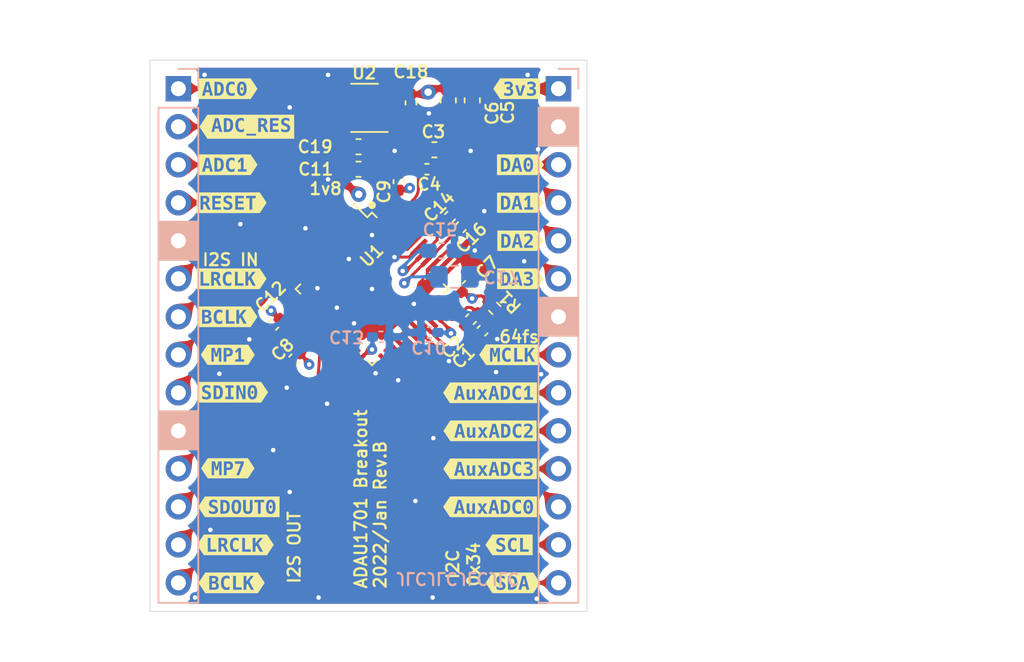
<source format=kicad_pcb>
(kicad_pcb (version 20211014) (generator pcbnew)
  (title_block (title "ADAU1701-RPPico-module") (date "2022-01-09") (rev "${REV}") (company "Akiyuki Okayasu"))
  (layers (0 "F.Cu" signal) (1 "In1.Cu" power) (2 "In2.Cu" power) (31 "B.Cu" signal) (34 "B.Paste" user) (35 "F.Paste" user) (36 "B.SilkS" user "B.Silkscreen") (37 "F.SilkS" user "F.Silkscreen") (38 "B.Mask" user) (39 "F.Mask" user) (44 "Edge.Cuts" user))
  (property "REV" "B")
  (net 0 "")
  (net 1 "Net-(C1-Pad1)")
  (net 2 "Net-(C1-Pad2)")
  (net 3 "+3V3")
  (net 4 "GND")
  (net 5 "Net-(C3-Pad2)")
  (net 6 "+1V8")
  (net 7 "Net-(C14-Pad2)")
  (net 8 "Net-(C16-Pad2)")
  (net 9 "1701_MP1")
  (net 10 "1701_MP7")
  (net 11 "/1701_VOUT0")
  (net 12 "/1701_VOUT1")
  (net 13 "/1701_VOUT2")
  (net 14 "/1701_VOUT3")
  (net 15 "/~{RESET}")
  (net 16 "/SDA")
  (net 17 "/SCL")
  (net 18 "1701_In_SDIN0")
  (net 19 "1701_In_LRCLK")
  (net 20 "1701_In_BCLK")
  (net 21 "1701_Out_SDOUT0")
  (net 22 "1701_Out_LRCLK")
  (net 23 "1701_Out_BCLK")
  (net 24 "1701_AuxADC0")
  (net 25 "1701_AuxADC1")
  (net 26 "1701_AuxADC2")
  (net 27 "1701_AuxADC3")
  (net 28 "/1701_ADC_RES")
  (net 29 "/1701_ADC0")
  (net 30 "/1701_ADC1")
  (net 31 "MCLK_In")
  (net 32 "Net-(TP1-Pad1)")
  (footprint "Capacitor_SMD:C_0603_1608Metric_Pad1.08x0.95mm_HandSolder" (layer "F.Cu") (at 136.5 63.8 180)
    (fp_text reference "C11")
    (fp_text value "10u")
  )
  (footprint "kibuzzard-61DADF53" (layer "F.Cu") (at 145.288 81.28)
    (fp_text reference "kibuzzard-61DADF53" hide)
    (fp_text value "G***" hide)
  )
  (footprint "Capacitor_SMD:C_0402_1005Metric_Pad0.74x0.62mm_HandSolder" (layer "F.Cu") (at 140 59.3675 -90)
    (fp_text reference "C18")
    (fp_text value "0.1u")
  )
  (footprint "kibuzzard-61DADF35" (layer "F.Cu") (at 145.288 86.36)
    (fp_text reference "kibuzzard-61DADF35" hide)
    (fp_text value "G***" hide)
  )
  (footprint "Capacitor_SMD:C_0603_1608Metric_Pad1.08x0.95mm_HandSolder" (layer "F.Cu") (at 144.1 59.2 -90)
    (fp_text reference "C6")
    (fp_text value "10u")
  )
  (footprint "kibuzzard-61DADEF7" (layer "F.Cu") (at 147.066 58.42)
    (fp_text reference "kibuzzard-61DADEF7" hide)
    (fp_text value "G***" hide)
  )
  (footprint "kibuzzard-61DADF5F" (layer "F.Cu") (at 145.288 83.82)
    (fp_text reference "kibuzzard-61DADF5F" hide)
    (fp_text value "G***" hide)
  )
  (footprint "kibuzzard-61DAD9D2" (layer "F.Cu") (at 146.558 88.9)
    (fp_text reference "kibuzzard-61DAD9D2" hide)
    (fp_text value "G***" hide)
  )
  (footprint "Package_QFP:LQFP-48_7x7mm_P0.5mm" (layer "F.Cu") (at 137.4 71.8 -45)
    (fp_text reference "U1")
    (fp_text value "ADAU1701")
  )
  (footprint "kibuzzard-61DAE5D9" (layer "F.Cu") (at 147.32 71.12)
    (fp_text reference "kibuzzard-61DAE5D9" hide)
    (fp_text value "G***" hide)
  )
  (footprint "Capacitor_SMD:C_0402_1005Metric_Pad0.74x0.62mm_HandSolder" (layer "F.Cu") (at 143.3296 67.6804 -135)
    (fp_text reference "C16")
    (fp_text value "0.1u")
  )
  (footprint "kibuzzard-61DADDE3" (layer "F.Cu") (at 127.762 58.42)
    (fp_text reference "kibuzzard-61DADDE3" hide)
    (fp_text value "G***" hide)
  )
  (footprint "Akiyuki_Footprint:TestPin_0.6SMD" (layer "F.Cu") (at 141.5 75.8)
    (fp_text reference "TP1" hide)
    (fp_text value "OSCO" hide)
  )
  (footprint "kibuzzard-61DADD90" (layer "F.Cu") (at 127.762 73.66)
    (fp_text reference "kibuzzard-61DADD90" hide)
    (fp_text value "G***" hide)
  )
  (footprint "kibuzzard-61DADDC6" (layer "F.Cu") (at 128.016 71.12)
    (fp_text reference "kibuzzard-61DADDC6" hide)
    (fp_text value "G***" hide)
  )
  (footprint "kibuzzard-61DBECE5" (layer "F.Cu") (at 128.496 86.36)
    (fp_text reference "kibuzzard-61DBECE5" hide)
    (fp_text value "G***" hide)
  )
  (footprint "kibuzzard-61DBECC0" (layer "F.Cu") (at 128.115 78.704)
    (fp_text reference "kibuzzard-61DBECC0" hide)
    (fp_text value "G***" hide)
  )
  (footprint "kibuzzard-61DADDF1" (layer "F.Cu") (at 127.762 63.5)
    (fp_text reference "kibuzzard-61DADDF1" hide)
    (fp_text value "G***" hide)
  )
  (footprint "kibuzzard-61DADAF6" (layer "F.Cu") (at 128.016 91.44)
    (fp_text reference "kibuzzard-61DADAF6" hide)
    (fp_text value "G***" hide)
  )
  (footprint "Akiyuki_Footprint:TestPin_0.6SMD" (layer "F.Cu") (at 135.8 64.9)
    (fp_text reference "TP2" hide)
    (fp_text value "1v8")
  )
  (footprint "Capacitor_SMD:C_0603_1608Metric_Pad1.08x0.95mm_HandSolder" (layer "F.Cu") (at 142.494 59.2 -90)
    (fp_text reference "C5")
    (fp_text value "10u")
  )
  (footprint "kibuzzard-61DADE19" (layer "F.Cu") (at 129.032 60.96)
    (fp_text reference "kibuzzard-61DADE19" hide)
    (fp_text value "G***" hide)
  )
  (footprint "Capacitor_SMD:C_0402_1005Metric_Pad0.74x0.62mm_HandSolder" (layer "F.Cu") (at 139.2 64.6325 90)
    (fp_text reference "C9")
    (fp_text value "0.1u")
  )
  (footprint "kibuzzard-61DAE5BF" (layer "F.Cu") (at 147.32 66.04)
    (fp_text reference "kibuzzard-61DAE5BF" hide)
    (fp_text value "G***" hide)
  )
  (footprint "kibuzzard-61DADAE1" (layer "F.Cu") (at 128.27 88.9)
    (fp_text reference "kibuzzard-61DADAE1" hide)
    (fp_text value "G***" hide)
  )
  (footprint "Capacitor_SMD:C_0603_1608Metric_Pad1.08x0.95mm_HandSolder" (layer "F.Cu") (at 141.5625 62.5 180)
    (fp_text reference "C3")
    (fp_text value "10u")
  )
  (footprint "kibuzzard-61DAE5E4" (layer "F.Cu") (at 147.32 63.5)
    (fp_text reference "kibuzzard-61DAE5E4" hide)
    (fp_text value "G***" hide)
  )
  (footprint "Package_TO_SOT_SMD:SOT-23-5_HandSoldering" (layer "F.Cu") (at 136.9 59.7 180)
    (fp_text reference "U2")
    (fp_text value "NJM12888")
  )
  (footprint "Capacitor_SMD:C_0402_1005Metric_Pad0.74x0.62mm_HandSolder" (layer "F.Cu") (at 143.8 71.6 45)
    (fp_text reference "C7")
    (fp_text value "0.1u")
  )
  (footprint "Capacitor_SMD:C_0402_1005Metric_Pad0.74x0.62mm_HandSolder" (layer "F.Cu") (at 132.2 76.5 -135)
    (fp_text reference "C8")
    (fp_text value "0.1u")
  )
  (footprint "kibuzzard-61DADE61" (layer "F.Cu") (at 128.016 66.04)
    (fp_text reference "kibuzzard-61DADE61" hide)
    (fp_text value "G***" hide)
  )
  (footprint "kibuzzard-61DAE5CD" (layer "F.Cu") (at 147.32 68.58)
    (fp_text reference "kibuzzard-61DAE5CD" hide)
    (fp_text value "G***" hide)
  )
  (footprint "kibuzzard-61DAD9F7" (layer "F.Cu") (at 146.812 91.44)
    (fp_text reference "kibuzzard-61DAD9F7" hide)
    (fp_text value "G***" hide)
  )
  (footprint "Capacitor_SMD:C_0402_1005Metric_Pad0.74x0.62mm_HandSolder" (layer "F.Cu") (at 130.81 74.201283 45)
    (fp_text reference "C12")
    (fp_text value "0.1u")
  )
  (footprint "kibuzzard-61DADCE9" (layer "F.Cu") (at 127.762 83.784)
    (fp_text reference "kibuzzard-61DADCE9" hide)
    (fp_text value "G***" hide)
  )
  (footprint "Capacitor_SMD:C_0402_1005Metric_Pad0.74x0.62mm_HandSolder" (layer "F.Cu") (at 144.01 73.82 45)
    (fp_text reference "C2")
    (fp_text value "3n3")
  )
  (footprint "Capacitor_SMD:C_0603_1608Metric_Pad1.08x0.95mm_HandSolder" (layer "F.Cu") (at 136.5 62.3)
    (fp_text reference "C19")
    (fp_text value "2u2")
  )
  (footprint "kibuzzard-61DAB0B4" (layer "F.Cu") (at 146.558 76.2)
    (fp_text reference "kibuzzard-61DAB0B4" hide)
    (fp_text value "G***" hide)
  )
  (footprint "Capacitor_SMD:C_0402_1005Metric_Pad0.74x0.62mm_HandSolder" (layer "F.Cu") (at 142.613283 66.974317 -135)
    (fp_text reference "C14")
    (fp_text value "0.1u")
  )
  (footprint "kibuzzard-61DADCF9" (layer "F.Cu") (at 127.762 76.2)
    (fp_text reference "kibuzzard-61DADCF9" hide)
    (fp_text value "G***" hide)
  )
  (footprint "kibuzzard-61DADF43" (layer "F.Cu") (at 145.288 78.74)
    (fp_text reference "kibuzzard-61DADF43" hide)
    (fp_text value "G***" hide)
  )
  (footprint "Resistor_SMD:R_0402_1005Metric_Pad0.72x0.64mm_HandSolder" (layer "F.Cu") (at 145.6 73.1 -45)
    (fp_text reference "R1")
    (fp_text value "475")
  )
  (footprint "Capacitor_SMD:C_0402_1005Metric_Pad0.74x0.62mm_HandSolder" (layer "F.Cu") (at 144.78 74.59 45)
    (fp_text reference "C1")
    (fp_text value "56n")
  )
  (footprint "Capacitor_SMD:C_0402_1005Metric_Pad0.74x0.62mm_HandSolder" (layer "F.Cu") (at 141.0675 63.8 180)
    (fp_text reference "C4")
    (fp_text value "0.1u")
  )
  (footprint "Capacitor_SMD:C_0603_1608Metric_Pad1.08x0.95mm_HandSolder" (layer "B.Cu") (at 142.0525 69.25 180)
    (fp_text reference "C15")
    (fp_text value "10u")
  )
  (footprint "Connector_PinHeader_2.54mm:PinHeader_1x14_P2.54mm_Vertical" (layer "B.Cu") (at 149.86 58.42 180)
    (fp_text reference "J2" hide)
    (fp_text value "Conn_01x14")
  )
  (footprint "Capacitor_SMD:C_0402_1005Metric_Pad0.74x0.62mm_HandSolder" (layer "B.Cu") (at 138 75 180)
    (fp_text reference "C13")
    (fp_text value "0.1u")
  )
  (footprint "Capacitor_SMD:C_0805_2012Metric_Pad1.18x1.45mm_HandSolder" (layer "B.Cu") (at 142.9075 70.99 180)
    (fp_text reference "C17")
    (fp_text value "47u")
  )
  (footprint "Capacitor_SMD:C_0402_1005Metric_Pad0.74x0.62mm_HandSolder" (layer "B.Cu") (at 141.23 74.71 180)
    (fp_text reference "C10")
    (fp_text value "0.1u")
  )
  (footprint "Connector_PinHeader_2.54mm:PinHeader_1x14_P2.54mm_Vertical" (layer "B.Cu") (at 124.46 58.42 180)
    (fp_text reference "J1" hide)
    (fp_text value "Conn_01x14")
  )
  (gr_rect (start 148.59 59.69) (end 151.13 62.23) (layer "B.SilkS") (width 0.12) (fill solid))
  (gr_rect (start 148.59 72.39) (end 151.13 74.93) (layer "B.SilkS") (width 0.12) (fill solid))
  (gr_rect (start 123.19 79.974) (end 125.73 82.514) (layer "B.SilkS") (width 0.12) (fill solid))
  (gr_rect (start 123.19 67.31) (end 125.73 69.85) (layer "B.SilkS") (width 0.12) (fill solid))
  (gr_rect (start 123.19 67.31) (end 125.73 69.85) (layer "F.SilkS") (width 0.12) (fill solid))
  (gr_rect (start 148.59 59.69) (end 151.13 62.23) (layer "F.SilkS") (width 0.12) (fill solid))
  (gr_circle (center 137.4 66.2) (end 137.6 66.2) (layer "F.SilkS") (width 0.12) (fill solid))
  (gr_rect (start 148.59 72.39) (end 151.13 74.93) (layer "F.SilkS") (width 0.12) (fill solid))
  (gr_rect (start 123.19 79.974) (end 125.73 82.514) (layer "F.SilkS") (width 0.12) (fill solid))
  (gr_rect (start 122.555 56.515) (end 151.765 93.345) (layer "Edge.Cuts") (width 0.05) (fill none))
  (gr_text "JLCJLCJLCJLC" (at 138.91 91.15 180) (layer "B.SilkS") (effects (font (size 0.8 0.8)) (justify left mirror)))
  (gr_text "I2C" (at 142.8 91.27 90) (layer "F.SilkS") (effects (font (size 0.8 0.8)) (justify left)))
  (gr_text "I2S IN" (at 125.984 69.85) (layer "F.SilkS") (effects (font (size 0.8 0.8)) (justify left)))
  (gr_text "0x34" (at 144.2 91.77 90) (layer "F.SilkS") (effects (font (size 0.8 0.8)) (justify left)))
  (gr_text "ADAU1701 Breakout\n2022/Jan Rev.${REV}" (at 137.3 91.9 90) (layer "F.SilkS") (effects (font (size 0.8 0.8)) (justify left)))
  (gr_text "64fs" (at 145.8188 74.9956) (layer "F.SilkS") (effects (font (size 0.8 0.8)) (justify left)))
  (gr_text "I2S OUT" (at 132.2 91.57 90) (layer "F.SilkS") (effects (font (size 0.8 0.8)) (justify left)))
  (segment (start 143.227434 73.84) (end 143.608717 74.221283) (width 0.2) (layer "F.Cu") (net 1))
  (segment (start 144.378717 74.991283) (end 143.608717 74.221283) (width 0.2) (layer "F.Cu") (net 1))
  (segment (start 142.730644 73.84) (end 143.227434 73.84) (width 0.2) (layer "F.Cu") (net 1))
  (segment (start 141.934322 73.152342) (end 142.545143 73.763163) (width 0.2) (layer "F.Cu") (net 1))
  (arc (start 142.545143 73.763163) (mid 142.630252 73.820031) (end 142.730644 73.84) (width 0.2) (layer "F.Cu") (net 1))
  (segment (start 145.181283 74.188717) (end 145.356275 74.188717) (width 0.2) (layer "F.Cu") (net 2))
  (segment (start 145.356275 74.188717) (end 146.022496 73.522496) (width 0.2) (layer "F.Cu") (net 2))
  (segment (start 134.279891 74.566555) (end 134.279891 74.570109) (width 0.2) (layer "F.Cu") (net 3))
  (segment (start 143.398717 72.001283) (end 143.541283 72.001283) (width 0.2) (layer "F.Cu") (net 3))
  (segment (start 133.2 76.85) (end 133.2 76.75) (width 0.2) (layer "F.Cu") (net 3))
  (segment (start 134.279891 74.570109) (end 132.751283 76.098717) (width 0.2) (layer "F.Cu") (net 3))
  (segment (start 144.032566 73.04) (end 144.411283 73.418717) (width 0.2) (layer "F.Cu") (net 3))
  (segment (start 144.411283 73.418717) (end 144.436291 73.418717) (width 0.2) (layer "F.Cu") (net 3))
  (segment (start 139.2 65.2) (end 139.7835 65.2) (width 0.2) (layer "F.Cu") (net 3))
  (segment (start 142.451212 72.798788) (end 143.248717 72.001283) (width 0.2) (layer "F.Cu") (net 3))
  (segment (start 145.177504 72.677504) (end 145.147504 72.677504) (width 0.2) (layer "F.Cu") (net 3))
  (segment (start 141.15 58.65) (end 141.4 58.4) (width 0.4) (layer "F.Cu") (net 3))
  (segment (start 144.26 72.27) (end 144.09 72.44) (width 0.2) (layer "F.Cu") (net 3))
  (segment (start 138.398788 66.901212) (end 138.911286 66.388714) (width 0.2) (layer "F.Cu") (net 3))
  (segment (start 139.2 65.691696) (end 139.2 65.2) (width 0.2) (layer "F.Cu") (net 3))
  (segment (start 140 58.8) (end 138.3 58.8) (width 0.4) (layer "F.Cu") (net 3))
  (segment (start 140 58.8) (end 141 58.8) (width 0.4) (layer "F.Cu") (net 3))
  (segment (start 141.4 58.4) (end 142.4315 58.4) (width 0.4) (layer "F.Cu") (net 3))
  (segment (start 137.25 60.65) (end 136.8 60.2) (width 0.4) (layer "F.Cu") (net 3))
  (segment (start 138.3 58.8) (end 138.25 58.75) (width 0.4) (layer "F.Cu") (net 3))
  (segment (start 144.74 72.27) (end 144.26 72.27) (width 0.2) (layer "F.Cu") (net 3))
  (segment (start 144.436291 73.418717) (end 145.177504 72.677504) (width 0.2) (layer "F.Cu") (net 3))
  (segment (start 136.8 60.2) (end 136.8 59.1) (width 0.4) (layer "F.Cu") (net 3))
  (segment (start 142.287876 72.817876) (end 142.92 73.45) (width 0.2) (layer "F.Cu") (net 3))
  (segment (start 143.541283 72.001283) (end 143.98 72.44) (width 0.2) (layer "F.Cu") (net 3))
  (segment (start 142.68 74.77) (end 142.68 74.605126) (width 0.2) (layer "F.Cu") (net 3))
  (segment (start 142.4315 58.4) (end 142.494 58.3375) (width 0.4) (layer "F.Cu") (net 3))
  (segment (start 132.601283 76.151283) (end 132.601283 76.098717) (width 0.2) (layer "F.Cu") (net 3))
  (segment (start 138.398788 66.912124) (end 138.398788 66.901212) (width 0.2) (layer "F.Cu") (net 3))
  (segment (start 149.86 58.42) (end 144.1825 58.42) (width 0.6) (layer "F.Cu") (net 3))
  (segment (start 132.751283 76.098717) (end 132.601283 76.098717) (width 0.2) (layer "F.Cu") (net 3))
  (segment (start 137.15 58.75) (end 138.25 58.75) (width 0.4) (layer "F.Cu") (net 3))
  (segment (start 141 58.8) (end 141.15 58.65) (width 0.4) (layer "F.Cu") (net 3))
  (segment (start 142.287876 72.798788) (end 142.451212 72.798788) (width 0.2) (layer "F.Cu") (net 3))
  (segment (start 144.1825 58.42) (end 144.1 58.3375) (width 0.6) (layer "F.Cu") (net 3))
  (segment (start 138.25 60.65) (end 137.25 60.65) (width 0.4) (layer "F.Cu") (net 3))
  (segment (start 143.74 73.04) (end 144.032566 73.04) (width 0.2) (layer "F.Cu") (net 3))
  (segment (start 143.248717 72.001283) (end 143.398717 72.001283) (width 0.2) (layer "F.Cu") (net 3))
  (segment (start 145.147504 72.677504) (end 144.74 72.27) (width 0.2) (layer "F.Cu") (net 3))
  (segment (start 136.8 59.1) (end 137.15 58.75) (width 0.4) (layer "F.Cu") (net 3))
  (segment (start 144.1 58.3375) (end 142.494 58.3375) (width 0.6) (layer "F.Cu") (net 3))
  (segment (start 142.92 73.45) (end 143.33 73.45) (width 0.2) (layer "F.Cu") (net 3))
  (segment (start 133.2 76.75) (end 132.601283 76.151283) (width 0.2) (layer "F.Cu") (net 3))
  (segment (start 143.33 73.45) (end 143.74 73.04) (width 0.2) (layer "F.Cu") (net 3))
  (segment (start 139.7835 65.2) (end 139.9235 65.06) (width 0.2) (layer "F.Cu") (net 3))
  (segment (start 142.68 74.605126) (end 141.580769 73.505895) (width 0.2) (layer "F.Cu") (net 3))
  (segment (start 143.98 72.44) (end 144.09 72.44) (width 0.2) (layer "F.Cu") (net 3))
  (segment (start 142.287876 72.798788) (end 142.287876 72.817876) (width 0.2) (layer "F.Cu") (net 3))
  (via (at 142.68 74.77) (size 0.7) (drill 0.3) (layers "F.Cu" "B.Cu") (net 3))
  (via (at 133.2 76.85) (size 0.7) (drill 0.3) (layers "F.Cu" "B.Cu") (net 3))
  (via (at 141.15 58.65) (size 1) (drill 0.5) (layers "F.Cu" "B.Cu") (net 3))
  (via (at 144.09 72.44) (size 0.7) (drill 0.3) (layers "F.Cu" "B.Cu") (net 3))
  (via (at 139.9235 65.06) (size 0.7) (drill 0.3) (layers "F.Cu" "B.Cu") (net 3))
  (arc (start 138.911286 66.388714) (mid 139.124966 66.068919) (end 139.2 65.691696) (width 0.2) (layer "F.Cu") (net 3))
  (segment (start 142.62 74.71) (end 141.7975 74.71) (width 0.2) (layer "B.Cu") (net 3))
  (segment (start 142.68 74.77) (end 142.62 74.71) (width 0.2) (layer "B.Cu") (net 3))
  (segment (start 138.25 59.7) (end 139.26 59.7) (width 0.4) (layer "F.Cu") (net 4))
  (segment (start 137.4 67.9) (end 136.412124 66.912124) (width 0.2) (layer "F.Cu") (net 4))
  (segment (start 132.95 67.75) (end 132.996446 67.75) (width 0.2) (layer "F.Cu") (net 4))
  (segment (start 136.2 74.8) (end 135.372785 75.627215) (width 0.2) (layer "F.Cu") (net 4))
  (segment (start 141.525495 70.094105) (end 141.0944 70.5252) (width 0.2) (layer "F.Cu") (net 4))
  (segment (start 134.633445 68.683445) (end 134.633445 68.679891) (width 0.2) (layer "F.Cu") (net 4))
  (segment (start 141.23 71.77) (end 140.2 72.8) (width 0.2) (layer "F.Cu") (net 4))
  (segment (start 141.0944 71.6344) (end 141.23 71.77) (width 0.2) (layer "F.Cu") (net 4))
  (segment (start 135.75 69.8) (end 134.633445 68.683445) (width 0.2) (layer "F.Cu") (net 4))
  (segment (start 135.05 69.8) (end 134.283445 69.033445) (width 0.2) (layer "F.Cu") (net 4))
  (segment (start 138.398788 76.698788) (end 139.15 77.45) (width 0.2) (layer "F.Cu") (net 4))
  (segment (start 138.9 69.67) (end 139.883554 69.67) (width 0.2) (layer "F.Cu") (net 4))
  (segment (start 139.883554 69.67) (end 140.520109 69.033445) (width 0.2) (layer "F.Cu") (net 4))
  (segment (start 139.965 59.97) (end 140 59.935) (width 0.4) (layer "F.Cu") (net 4))
  (segment (start 141.227215 73.859449) (end 140.2 72.832234) (width 0.3) (layer "F.Cu") (net 4))
  (segment (start 141.23 71.450598) (end 141.23 71.77) (width 0.2) (layer "F.Cu") (net 4))
  (segment (start 136.16066 74.1) (end 134.986998 75.273662) (width 0.2) (layer "F.Cu") (net 4))
  (segment (start 135.85 69.8) (end 135.75 69.8) (width 0.2) (layer "F.Cu") (net 4))
  (segment (start 141.0944 70.5252) (end 141.0944 71.6344) (width 0.2) (layer "F.Cu") (net 4))
  (segment (start 136.2 74.1) (end 136.16066 74.1) (width 0.2) (layer "F.Cu") (net 4))
  (segment (start 142.3898 69.2806) (end 144.2186 69.2806) (width 0.2) (layer "F.Cu") (net 4))
  (segment (start 137.4 68.2) (end 137.4 67.9) (width 0.2) (layer "F.Cu") (net 4))
  (segment (start 141.635 63.8) (end 142.1 63.8) (width 0.4) (layer "F.Cu") (net 4))
  (segment (start 136.412124 66.912124) (end 136.401212 66.912124) (width 0.2) (layer "F.Cu") (net 4))
  (segment (start 135.372785 75.627215) (end 135.340551 75.627215) (width 0.2) (layer "F.Cu") (net 4))
  (segment (start 133.85 67.9) (end 134.629891 68.679891) (width 0.2) (layer "F.Cu") (net 4))
  (segment (start 132.996446 67.75) (end 134.279891 69.033445) (width 0.2) (layer "F.Cu") (net 4))
  (segment (start 139.15 77.45) (end 139.15 77.9) (width 0.2) (layer "F.Cu") (net 4))
  (segment (start 135.05 73.08934) (end 133.926338 74.213002) (width 0.2) (layer "F.Cu") (net 4))
  (segment (start 133.1 67.9) (end 133.85 67.9) (width 0.2) (layer "F.Cu") (net 4))
  (segment (start 141.580769 70.094105) (end 141.525495 70.094105) (width 0.2) (layer "F.Cu") (net 4))
  (segment (start 141.580769 70.089631) (end 142.3898 69.2806) (width 0.2) (layer "F.Cu") (net 4))
  (segment (start 135.05 73.05) (end 135.05 73.08934) (width 0.2) (layer "F.Cu") (net 4))
  (segment (start 144.4056 66.1056) (end 144.9 66.6) (width 0.6) (layer "F.Cu") (net 4))
  (segment (start 141.934322 70.475678) (end 141.421341 70.988659) (width 0.2) (layer "F.Cu") (net 4))
  (segment (start 142.1 63.8) (end 142.425 63.475) (width 0.4) (layer "F.Cu") (net 4))
  (segment (start 134.283445 69.033445) (end 134.279891 69.033445) (width 0.2) (layer "F.Cu") (net 4))
  (segment (start 143.482 66.1056) (end 144.4056 66.1056) (width 0.6) (layer "F.Cu") (net 4))
  (segment (start 140.166555 74.920109) (end 139.1 73.853554) (width 0.3) (layer "F.Cu") (net 4))
  (segment (start 139.26 59.7) (end 139.53 59.97) (width 0.4) (layer "F.Cu") (net 4))
  (segment (start 144.2186 69.2806) (end 144.2694 69.2298) (width 0.2) (layer "F.Cu") (net 4))
  (segment (start 133.75 71.75) (end 133.460912 71.75) (width 0.2) (layer "F.Cu") (net 4))
  (segment (start 142.425 63.475) (end 142.425 62.5) (width 0.4) (layer "F.Cu") (net 4))
  (segment (start 139.53 59.97) (end 139.965 59.97) (width 0.4) (layer "F.Cu") (net 4))
  (segment (start 132.95 67.75) (end 133.1 67.9) (width 0.2) (layer "F.Cu") (net 4))
  (segment (start 143.014566 66.573034) (end 143.482 66.1056) (width 0.6) (layer "F.Cu") (net 4))
  (segment (start 135.85 69.8) (end 135.05 69.8) (width 0.2) (layer "F.Cu") (net 4))
  (segment (start 124.73802 81.28) (end 124.46 81.28) (width 0.2) (layer "F.Cu") (net 4))
  (segment (start 137.3625 63.8) (end 137.3625 62.3) (width 0.6) (layer "F.Cu") (net 4))
  (segment (start 136.2 74.1) (end 136.2 74.8) (width 0.2) (layer "F.Cu") (net 4))
  (segment (start 141.580769 70.094105) (end 141.580769 70.089631) (width 0.2) (layer "F.Cu") (net 4))
  (segment (start 140.2 72.832234) (end 140.2 72.8) (width 0.3) (layer "F.Cu") (net 4))
  (segment (start 133.460912 71.75) (end 132.512124 70.801212) (width 0.2) (layer "F.Cu") (net 4))
  (via (at 125.575 92.42) (size 0.7) (drill 0.3) (layers "F.Cu" "B.Cu") (net 4))
  (via (at 145.768 75.148) (size 0.7) (drill 0.3) (layers "F.Cu" "B.Cu") (net 4))
  (via (at 143.99 62.575) (size 0.7) (drill 0.3) (layers "F.Cu" "B.Cu") (net 4))
  (via (at 133.83 92.42) (size 0.7) (drill 0.3) (layers "F.Cu" "B.Cu") (net 4))
  (via (at 133.75 71.75) (size 0.7) (drill 0.3) (layers "F.Cu" "B.Cu") (net 4))
  (via (at 138.91 62.575) (size 0.7) (drill 0.3) (layers "F.Cu" "B.Cu") (net 4))
  (via (at 148.5 62.47) (size 0.7) (drill 0.3) (layers "F.Cu" "B.Cu") (net 4))
  (via (at 142.54 76.62) (size 0.7) (drill 0.3) (layers "F.Cu" "B.Cu") (net 4))
  (via (at 140.2 72.8) (size 0.7) (drill 0.3) (layers "F.Cu" "B.Cu") (net 4))
  (via (at 147.8 57.495) (size 0.7) (drill 0.3) (layers "F.Cu" "B.Cu") (net 4))
  (via (at 135.85 69.8) (size 0.7) (drill 0.3) (layers "F.Cu" "B.Cu") (net 4))
  (via (at 126.6 87.9) (size 0.7) (drill 0.3) (layers "F.Cu" "B.Cu") (net 4))
  (via (at 141.5 81.77) (size 0.7) (drill 0.3) (layers "F.Cu" "B.Cu") (net 4))
  (via (at 148.7 77.5) (size 0.7) (drill 0.3) (layers "F.Cu" "B.Cu") (net 4))
  (via (at 137.4 68.2) (size 0.7) (drill 0.3) (layers "F.Cu" "B.Cu") (net 4))
  (via (at 147.57 69.95) (size 0.7) (drill 0.3) (layers "F.Cu" "B.Cu") (net 4))
  (via (at 134.465 64.48) (size 0.7) (drill 0.3) (layers "F.Cu" "B.Cu") (net 4))
  (via (at 140.3 85.97) (size 0.7) (drill 0.3) (layers "F.Cu" "B.Cu") (net 4))
  (via (at 134.4 79.47) (size 0.7) (drill 0.3) (layers "F.Cu" "B.Cu") (net 4))
  (via (at 148.4 92.5) (size 0.7) (drill 0.3) (layers "F.Cu" "B.Cu") (net 4))
  (via (at 131.7 78.4) (size 0.7) (drill 0.3) (layers "F.Cu" "B.Cu") (net 4))
  (via (at 127.2 77.47) (size 0.7) (drill 0.3) (layers "F.Cu" "B.Cu") (net 4))
  (via (at 135.05 73.05) (size 0.7) (drill 0.3) (layers "F.Cu" "B.Cu") (net 4))
  (via (at 130.8 82.57) (size 0.7) (drill 0.3) (layers "F.Cu" "B.Cu") (net 4))
  (via (at 128.6 67.47) (size 0.7) (drill 0.3) (layers "F.Cu" "B.Cu") (net 4))
  (via (at 141.2 60.07) (size 0.7) (drill 0.3) (layers "F.Cu" "B.Cu") (net 4))
  (via (at 129.2 75.17) (size 0.7) (drill 0.3) (layers "F.Cu" "B.Cu") (net 4))
  (via (at 137.4 71.8) (size 0.7) (drill 0.3) (layers "F.Cu" "B.Cu") (net 4))
  (via (at 131.9 85.37) (size 0.7) (drill 0.3) (layers "F.Cu" "B.Cu") (net 4))
  (via (at 137.64 77.434) (size 0.7) (drill 0.3) (layers "F.Cu" "B.Cu") (net 4))
  (via (at 144.2694 69.2298) (size 0.7) (drill 0.3) (layers "F.Cu" "B.Cu") (net 4))
  (via (at 139.15 77.9) (size 0.7) (drill 0.3) (layers "F.Cu" "B.Cu") (net 4))
  (via (at 126.21 57.495) (size 0.7) (drill 0.3) (layers "F.Cu" "B.Cu") (net 4))
  (via (at 141.45 92.42) (size 0.7) (drill 0.3) (layers "F.Cu" "B.Cu") (net 4))
  (via (at 138.9 69.67) (size 0.7) (drill 0.3) (layers "F.Cu" "B.Cu") (net 4))
  (via (at 136.2 74.1) (size 0.7) (drill 0.3) (layers "F.Cu" "B.Cu") (net 4))
  (via (at 131.9 59.67) (size 0.7) (drill 0.3) (layers "F.Cu" "B.Cu") (net 4))
  (via (at 132.95 67.75) (size 0.7) (drill 0.3) (layers "F.Cu" "B.Cu") (net 4))
  (via (at 134.465 57.495) (size 0.7) (drill 0.3) (layers "F.Cu" "B.Cu") (net 4))
  (via (at 144.9 66.6) (size 0.7) (drill 0.3) (layers "F.Cu" "B.Cu") (net 4))
  (via (at 145.69 77.36) (size 0.7) (drill 0.3) (layers "F.Cu" "B.Cu") (net 4))
  (arc (start 141.23 71.450598) (mid 141.279728 71.200599) (end 141.421341 70.988659) (width 0.2) (layer "F.Cu") (net 4))
  (segment (start 138.752342 67.265678) (end 138.752342 67.247658) (width 0.2) (layer "F.Cu") (net 5))
  (segment (start 140.5 63.8) (end 140.5 62.7) (width 0.4) (layer "F.Cu") (net 5))
  (segment (start 140.5 65.085786) (end 140.5 63.8) (width 0.2) (layer "F.Cu") (net 5))
  (segment (start 140.5 62.7) (end 140.7 62.5) (width 0.4) (layer "F.Cu") (net 5))
  (segment (start 138.752342 67.247658) (end 140.207107 65.792893) (width 0.2) (layer "F.Cu") (net 5))
  (arc (start 140.207107 65.792893) (mid 140.42388 65.46847) (end 140.5 65.085786) (width 0.2) (layer "F.Cu") (net 5))
  (segment (start 135.55 62.2125) (end 135.6375 62.3) (width 0.4) (layer "F.Cu") (net 6))
  (segment (start 135.8 64.9) (end 135.9 64.9) (width 0.4) (layer "F.Cu") (net 6))
  (segment (start 136.5 65.49) (end 136.51 65.48) (width 0.4) (layer "F.Cu") (net 6))
  (segment (start 135.6375 64.7375) (end 135.8 64.9) (width 0.4) (layer "F.Cu") (net 6))
  (segment (start 137.4 75.85) (end 137.239088 75.85) (width 0.2) (layer "F.Cu") (net 6))
  (segment (start 137.239088 75.85) (end 136.401212 76.687876) (width 0.2) (layer "F.Cu") (net 6))
  (segment (start 135.6375 62.3) (end 135.6375 63.8) (width 0.4) (layer "F.Cu") (net 6))
  (segment (start 135.6375 63.8) (end 135.6375 64.7375) (width 0.4) (layer "F.Cu") (net 6))
  (segment (start 131.211283 73.8) (end 131.510912 73.8) (width 0.2) (layer "F.Cu") (net 6))
  (segment (start 135.9 64.9) (end 136.5 65.5) (width 0.4) (layer "F.Cu") (net 6))
  (segment (start 135.55 60.65) (end 135.55 62.2125) (width 0.4) (layer "F.Cu") (net 6))
  (segment (start 131.2 73.8) (end 130.65 73.25) (width 0.2) (layer "F.Cu") (net 6))
  (segment (start 136.5 65.5) (end 136.5 65.49) (width 0.4) (layer "F.Cu") (net 6))
  (segment (start 131.211283 73.8) (end 131.2 73.8) (width 0.2) (layer "F.Cu") (net 6))
  (segment (start 131.510912 73.8) (end 132.512124 72.798788) (width 0.2) (layer "F.Cu") (net 6))
  (via (at 137.4 75.85) (size 0.7) (drill 0.3) (layers "F.Cu" "B.Cu") (net 6))
  (via (at 136.51 65.48) (size 1) (drill 0.5) (layers "F.Cu" "B.Cu") (net 6))
  (via (at 130.65 73.25) (size 0.7) (drill 0.3) (layers "F.Cu" "B.Cu") (net 6))
  (segment (start 137.4325 75.8175) (end 137.4 75.85) (width 0.2) (layer "B.Cu") (net 6))
  (segment (start 137.4325 75) (end 137.4325 75.8175) (width 0.2) (layer "B.Cu") (net 6))
  (segment (start 139.45 70.6) (end 139.66066 70.6) (width 0.2) (layer "F.Cu") (net 7))
  (segment (start 141.7548 67.8328) (end 142.212 67.3756) (width 0.2) (layer "F.Cu") (net 7))
  (segment (start 141.7548 68.5186) (end 141.7548 67.8328) (width 0.2) (layer "F.Cu") (net 7))
  (segment (start 140.886402 69.386998) (end 141.7548 68.5186) (width 0.2) (layer "F.Cu") (net 7))
  (segment (start 139.66066 70.6) (end 140.873662 69.386998) (width 0.2) (layer "F.Cu") (net 7))
  (segment (start 140.873662 69.386998) (end 140.886402 69.386998) (width 0.2) (layer "F.Cu") (net 7))
  (segment (start 140.873662 69.386998) (end 140.873662 69.376338) (width 0.2) (layer "F.Cu") (net 7))
  (via (at 139.45 70.6) (size 0.7) (drill 0.3) (layers "F.Cu" "B.Cu") (net 7))
  (segment (start 139.45 70.32) (end 140.52 69.25) (width 0.2) (layer "B.Cu") (net 7))
  (segment (start 140.52 69.25) (end 141.19 69.25) (width 0.2) (layer "B.Cu") (net 7))
  (segment (start 139.45 70.6) (end 139.45 70.32) (width 0.2) (layer "B.Cu") (net 7))
  (segment (start 139.555522 71.419739) (end 139.555522 71.412244) (width 0.2) (layer "F.Cu") (net 8))
  (segment (start 141.244049 69.740551) (end 142.902917 68.081683) (width 0.2) (layer "F.Cu") (net 8))
  (segment (start 139.555522 71.412244) (end 141.227215 69.740551) (width 0.2) (layer "F.Cu") (net 8))
  (segment (start 142.902917 68.081683) (end 142.928317 68.081683) (width 0.2) (layer "F.Cu") (net 8))
  (segment (start 141.227215 69.740551) (end 141.244049 69.740551) (width 0.2) (layer "F.Cu") (net 8))
  (via (at 139.555522 71.419739) (size 0.7) (drill 0.3) (layers "F.Cu" "B.Cu") (net 8))
  (segment (start 139.555522 71.419739) (end 139.985261 70.99) (width 0.2) (layer "B.Cu") (net 8))
  (segment (start 139.985261 70.99) (end 141.87 70.99) (width 0.2) (layer "B.Cu") (net 8))
  (segment (start 131.894214 69.2) (end 131.910912 69.2) (width 0.2) (layer "F.Cu") (net 9))
  (segment (start 132.490006 69.36488) (end 133.219231 70.094105) (width 0.2) (layer "F.Cu") (net 9))
  (segment (start 124.46 76.2) (end 124.48 76.2) (width 0.2) (layer "F.Cu") (net 9))
  (segment (start 131.910912 69.2) (end 132.09196 69.200002) (width 0.2) (layer "F.Cu") (net 9))
  (segment (start 124.48 76.2) (end 131.187107 69.492893) (width 0.2) (layer "F.Cu") (net 9))
  (arc (start 131.187107 69.492893) (mid 131.51153 69.27612) (end 131.894214 69.2) (width 0.2) (layer "F.Cu") (net 9))
  (arc (start 132.490006 69.36488) (mid 132.307381 69.242853) (end 132.09196 69.200002) (width 0.2) (layer "F.Cu") (net 9))
  (segment (start 124.46 83.82) (end 127.793488 80.486512) (width 0.2) (layer "F.Cu") (net 10))
  (segment (start 129.393002 76.625018) (end 132.865678 73.152342) (width 0.2) (layer "F.Cu") (net 10))
  (arc (start 128.5 78.780915) (mid 128.316383 79.703943) (end 127.793488 80.486512) (width 0.2) (layer "F.Cu") (net 10))
  (arc (start 128.5 78.780915) (mid 128.732084 77.614152) (end 129.393002 76.625018) (width 0.2) (layer "F.Cu") (net 10))
  (segment (start 149.86 63.5) (end 144.920893 63.5) (width 0.2) (layer "F.Cu") (net 11))
  (segment (start 142.026038 64.699088) (end 139.105895 67.619231) (width 0.2) (layer "F.Cu") (net 11))
  (arc (start 142.026038 64.699088) (mid 143.354209 63.811633) (end 144.920893 63.5) (width 0.2) (layer "F.Cu") (net 11))
  (segment (start 139.459449 67.972785) (end 139.527215 67.972785) (width 0.2) (layer "F.Cu") (net 12))
  (segment (start 148.586777 64.766777) (end 149.86 66.04) (width 0.2) (layer "F.Cu") (net 12))
  (segment (start 139.527215 67.972785) (end 140.198122 67.301878) (width 0.2) (layer "F.Cu") (net 12))
  (segment (start 140.410206 66.789794) (end 142.107378 65.092622) (width 0.2) (layer "F.Cu") (net 12))
  (segment (start 144.020937 64.3) (end 147.459878 64.3) (width 0.2) (layer "F.Cu") (net 12))
  (arc (start 144.020937 64.3) (mid 142.985326 64.505996) (end 142.107378 65.092622) (width 0.2) (layer "F.Cu") (net 12))
  (arc (start 147.459878 64.3) (mid 148.069751 64.421311) (end 148.586777 64.766777) (width 0.2) (layer "F.Cu") (net 12))
  (arc (start 140.410206 66.789794) (mid 140.328642 66.911863) (end 140.3 67.055922) (width 0.2) (layer "F.Cu") (net 12))
  (arc (start 140.198122 67.301878) (mid 140.273523 67.189032) (end 140.3 67.055922) (width 0.2) (layer "F.Cu") (net 12))
  (segment (start 139.873662 68.326338) (end 140.71559 67.48441) (width 0.2) (layer "F.Cu") (net 13))
  (segment (start 139.813002 68.326338) (end 139.873662 68.326338) (width 0.2) (layer "F.Cu") (net 13))
  (segment (start 141.046445 66.653555) (end 142.235146 65.464854) (width 0.2) (layer "F.Cu") (net 13))
  (segment (start 147.32233 66.04233) (end 149.86 68.58) (width 0.2) (layer "F.Cu") (net 13))
  (segment (start 140.9 67.007107) (end 140.9 67.0392) (width 0.2) (layer "F.Cu") (net 13))
  (arc (start 144.081667 64.7) (mid 143.082337 64.898779) (end 142.235146 65.464854) (width 0.2) (layer "F.Cu") (net 13))
  (arc (start 140.71559 67.48441) (mid 140.852074 67.280146) (end 140.9 67.0392) (width 0.2) (layer "F.Cu") (net 13))
  (arc (start 147.32233 66.04233) (mid 145.835498 65.048861) (end 144.081667 64.7) (width 0.2) (layer "F.Cu") (net 13))
  (arc (start 141.046445 66.653555) (mid 140.938054 66.815777) (end 140.9 67.007107) (width 0.2) (layer "F.Cu") (net 13))
  (segment (start 149.86 71.12) (end 148.614853 69.874853) (width 0.2) (layer "F.Cu") (net 14))
  (segment (start 141.130324 67.716122) (end 140.166555 68.679891) (width 0.2) (layer "F.Cu") (net 14))
  (segment (start 142.423193 65.834757) (end 141.546446 66.711504) (width 0.2) (layer "F.Cu") (net 14))
  (segment (start 148.300007 68.667178) (end 148.299998 69.114704) (width 0.2) (layer "F.Cu") (net 14))
  (segment (start 147.969678 67.869678) (end 146.250597 66.150597) (width 0.2) (layer "F.Cu") (net 14))
  (arc (start 141.546446 66.711504) (mid 141.43806 66.873716) (end 141.4 67.065057) (width 0.2) (layer "F.Cu") (net 14))
  (arc (start 143.955641 65.2) (mid 143.126283 65.364968) (end 142.423193 65.834757) (width 0.2) (layer "F.Cu") (net 14))
  (arc (start 148.299998 69.114704) (mid 148.381822 69.526094) (end 148.614853 69.874853) (width 0.2) (layer "F.Cu") (net 14))
  (arc (start 141.4 67.065057) (mid 141.329914 67.417415) (end 141.130324 67.716122) (width 0.2) (layer "F.Cu") (net 14))
  (arc (start 147.969678 67.869678) (mid 148.21416 68.235574) (end 148.300007 68.667178) (width 0.2) (layer "F.Cu") (net 14))
  (arc (start 143.955641 65.2) (mid 145.197667 65.447052) (end 146.250597 66.150597) (width 0.2) (layer "F.Cu") (net 14))
  (segment (start 134.986998 68.326338) (end 134.224176 67.563516) (width 0.2) (layer "F.Cu") (net 15))
  (segment (start 130.546082 66.04) (end 124.46 66.04) (width 0.2) (layer "F.Cu") (net 15))
  (arc (start 130.546082 66.04) (mid 132.536652 66.435949) (end 134.224176 67.563516) (width 0.2) (layer "F.Cu") (net 15))
  (segment (start 149.86 91.44) (end 148.40399 91.44) (width 0.2) (layer "F.Cu") (net 16))
  (segment (start 135.260297 76.414577) (end 135.694105 75.980769) (width 0.2) (layer "F.Cu") (net 16))
  (segment (start 147.185132 90.935132) (end 135.260297 79.010297) (width 0.2) (layer "F.Cu") (net 16))
  (arc (start 148.40399 91.44) (mid 147.744349 91.308789) (end 147.185132 90.935132) (width 0.2) (layer "F.Cu") (net 16))
  (arc (start 135.260297 79.010297) (mid 134.722706 77.712437) (end 135.260297 76.414577) (width 0.2) (layer "F.Cu") (net 16))
  (segment (start 149.8494 88.8894) (end 148.025205 88.8894) (width 0.2) (layer "F.Cu") (net 17))
  (segment (start 135.501497 76.868503) (end 136.035678 76.334322) (width 0.2) (layer "F.Cu") (net 17))
  (segment (start 149.86 88.9) (end 149.8494 88.8894) (width 0.2) (layer "F.Cu") (net 17))
  (segment (start 145.342649 87.778249) (end 135.501497 77.937097) (width 0.2) (layer "F.Cu") (net 17))
  (arc (start 148.025205 88.8894) (mid 146.573416 88.600621) (end 145.342649 87.778249) (width 0.2) (layer "F.Cu") (net 17))
  (arc (start 135.501497 76.868503) (mid 135.280184 77.4028) (end 135.501497 77.937097) (width 0.2) (layer "F.Cu") (net 17))
  (segment (start 132.189878 69.771858) (end 132.865678 70.447658) (width 0.2) (layer "F.Cu") (net 18))
  (segment (start 131.915275 69.699999) (end 132.016393 69.699999) (width 0.2) (layer "F.Cu") (net 18))
  (segment (start 131.291717 69.95828) (end 131.244182 70.005813) (width 0.2) (layer "F.Cu") (net 18))
  (segment (start 124.46 78.74) (end 124.46 78.39) (width 0.2) (layer "F.Cu") (net 18))
  (segment (start 124.46 78.39) (end 130.112791 72.737209) (width 0.2) (layer "F.Cu") (net 18))
  (arc (start 131.244182 70.005813) (mid 130.819225 70.641788) (end 130.67 71.391978) (width 0.2) (layer "F.Cu") (net 18))
  (arc (start 130.112791 72.737209) (mid 130.525186 72.120016) (end 130.67 71.391978) (width 0.2) (layer "F.Cu") (net 18))
  (arc (start 131.291717 69.95828) (mid 131.577809 69.767125) (end 131.915275 69.699999) (width 0.2) (layer "F.Cu") (net 18))
  (arc (start 132.189878 69.771858) (mid 132.110282 69.718674) (end 132.016393 69.699999) (width 0.2) (layer "F.Cu") (net 18))
  (segment (start 124.46 71.12) (end 126.428295 69.151678) (width 0.2) (layer "F.Cu") (net 19))
  (segment (start 133.303885 68.764545) (end 133.926338 69.386998) (width 0.2) (layer "F.Cu") (net 19))
  (segment (start 127.888199 68.54696) (end 132.778588 68.54696) (width 0.2) (layer "F.Cu") (net 19))
  (arc (start 132.778588 68.54696) (mid 133.062877 68.603509) (end 133.303885 68.764545) (width 0.2) (layer "F.Cu") (net 19))
  (arc (start 127.888199 68.54696) (mid 127.098103 68.704121) (end 126.428295 69.151678) (width 0.2) (layer "F.Cu") (net 19))
  (segment (start 132.420115 68.873482) (end 131.442295 68.873474) (width 0.2) (layer "F.Cu") (net 20))
  (segment (start 132.907671 69.075437) (end 133.572785 69.740551) (width 0.2) (layer "F.Cu") (net 20))
  (segment (start 124.46 73.66) (end 124.54 73.66) (width 0.2) (layer "F.Cu") (net 20))
  (segment (start 124.54 73.66) (end 127.830483 70.369517) (width 0.2) (layer "F.Cu") (net 20))
  (arc (start 127.830483 70.369517) (mid 129.487597 69.262274) (end 131.442295 68.873474) (width 0.2) (layer "F.Cu") (net 20))
  (arc (start 132.907671 69.075437) (mid 132.683978 68.92597) (end 132.420115 68.873482) (width 0.2) (layer "F.Cu") (net 20))
  (segment (start 127.495155 83.324845) (end 124.46 86.36) (width 0.2) (layer "F.Cu") (net 21))
  (segment (start 133.219231 73.505895) (end 130.390667 76.334459) (width 0.2) (layer "F.Cu") (net 21))
  (arc (start 130.390667 76.334459) (mid 129.28741 77.985601) (end 128.9 79.93325) (width 0.2) (layer "F.Cu") (net 21))
  (arc (start 127.495155 83.324845) (mid 128.534892 81.768768) (end 128.9 79.93325) (width 0.2) (layer "F.Cu") (net 21))
  (segment (start 127.272513 85.977487) (end 124.46 88.79) (width 0.2) (layer "F.Cu") (net 22))
  (segment (start 133.572785 73.859449) (end 131.386243 76.045991) (width 0.2) (layer "F.Cu") (net 22))
  (segment (start 124.46 88.79) (end 124.46 88.9) (width 0.2) (layer "F.Cu") (net 22))
  (arc (start 127.272513 85.977487) (mid 129.291149 82.956384) (end 130 79.392751) (width 0.2) (layer "F.Cu") (net 22))
  (arc (start 131.386243 76.045991) (mid 130.360272 77.581465) (end 130 79.392751) (width 0.2) (layer "F.Cu") (net 22))
  (segment (start 129.515993 86.384007) (end 124.46 91.44) (width 0.2) (layer "F.Cu") (net 23))
  (segment (start 134.633445 74.920109) (end 134.003596 75.549958) (width 0.2) (layer "F.Cu") (net 23))
  (arc (start 134.003596 75.549958) (mid 133.926924 75.664706) (end 133.9 75.800061) (width 0.2) (layer "F.Cu") (net 23))
  (arc (start 133.9 75.800061) (mid 132.760634 81.528059) (end 129.515993 86.384007) (width 0.2) (layer "F.Cu") (net 23))
  (segment (start 148.652893 85.152893) (end 149.86 86.36) (width 0.2) (layer "F.Cu") (net 24))
  (segment (start 147.692234 84.86) (end 147.945786 84.86) (width 0.2) (layer "F.Cu") (net 24))
  (segment (start 138.752342 76.334322) (end 146.985127 84.567107) (width 0.2) (layer "F.Cu") (net 24))
  (arc (start 148.652893 85.152893) (mid 148.32847 84.93612) (end 147.945786 84.86) (width 0.2) (layer "F.Cu") (net 24))
  (arc (start 147.692234 84.86) (mid 147.309551 84.78388) (end 146.985127 84.567107) (width 0.2) (layer "F.Cu") (net 24))
  (segment (start 147.208 78.74) (end 149.86 78.74) (width 0.2) (layer "F.Cu") (net 25))
  (segment (start 139.813002 75.273662) (end 140.501357 75.962017) (width 0.2) (layer "F.Cu") (net 25))
  (arc (start 140.501357 75.962017) (mid 143.578391 78.018025) (end 147.208 78.74) (width 0.2) (layer "F.Cu") (net 25))
  (segment (start 147.887598 81.28) (end 149.86 81.28) (width 0.2) (layer "F.Cu") (net 26))
  (segment (start 139.459449 75.627215) (end 143.149755 79.317521) (width 0.2) (layer "F.Cu") (net 26))
  (arc (start 143.149755 79.317521) (mid 145.323496 80.769968) (end 147.887598 81.28) (width 0.2) (layer "F.Cu") (net 26))
  (segment (start 149.86 83.82) (end 148.125122 83.820006) (width 0.2) (layer "F.Cu") (net 27))
  (segment (start 139.105895 75.980769) (end 146.11076 82.985634) (width 0.2) (layer "F.Cu") (net 27))
  (arc (start 146.11076 82.985634) (mid 147.034957 83.603162) (end 148.125122 83.820006) (width 0.2) (layer "F.Cu") (net 27))
  (segment (start 131.000279 62.925405) (end 135.694105 67.619231) (width 0.2) (layer "F.Cu") (net 28))
  (segment (start 124.46 60.96) (end 126.255372 60.96) (width 0.2) (layer "F.Cu") (net 28))
  (arc (start 126.255372 60.96) (mid 128.823297 61.470792) (end 131.000279 62.925405) (width 0.2) (layer "F.Cu") (net 28))
  (segment (start 127.881204 59.099224) (end 136.047658 67.265678) (width 0.2) (layer "F.Cu") (net 29))
  (segment (start 124.46 58.42) (end 126.241395 58.419995) (width 0.2) (layer "F.Cu") (net 29))
  (arc (start 126.241395 58.419995) (mid 127.128853 58.59652) (end 127.881204 59.099224) (width 0.2) (layer "F.Cu") (net 29))
  (segment (start 133.910361 66.542595) (end 135.340551 67.972785) (width 0.2) (layer "F.Cu") (net 30))
  (segment (start 124.46 63.5) (end 126.564887 63.5) (width 0.2) (layer "F.Cu") (net 30))
  (arc (start 126.564887 63.5) (mid 130.540229 64.290745) (end 133.910361 66.542595) (width 0.2) (layer "F.Cu") (net 30))
  (segment (start 140.873662 74.213002) (end 141.772507 75.111847) (width 0.2) (layer "F.Cu") (net 31))
  (segment (start 144.399542 76.2) (end 149.86 76.2) (width 0.2) (layer "F.Cu") (net 31))
  (arc (start 144.399542 76.2) (mid 142.977801 75.917198) (end 141.772507 75.111847) (width 0.2) (layer "F.Cu") (net 31))
  (segment (start 141.5 75.8) (end 141.5 75.546446) (width 0.2) (layer "F.Cu") (net 32))
  (segment (start 141.5 75.546446) (end 140.520109 74.566555) (width 0.2) (layer "F.Cu") (net 32))
  (zone (net 3) (net_name "+3V3") (layer "F.Cu") (priority 16962) (connect_pads yes (clearance 0)) (min_thickness 0.0254) (fill yes (thermal_gap 0.508) (thermal_bridge_width 0.508))
    (polygon (pts (xy 137.605 58.95) (xy 137.676671 58.950361) (xy 137.739245 58.951696) (xy 137.794355 58.95438) (xy 137.843635 58.958789) (xy 137.888717 58.965298) (xy 137.931235 58.974284) (xy 137.972822 58.986121) (xy 138.015113 59.001185) (xy 138.059739 59.019853) (xy 138.108336 59.0425) (xy 138.4125 58.75) (xy 138.108336 58.4575) (xy 138.059739 58.480146) (xy 138.015113 58.498814) (xy 137.972822 58.513878) (xy 137.931235 58.525715) (xy 137.888717 58.534701) (xy 137.843635 58.54121) (xy 137.794355 58.545619) (xy 137.739245 58.548303) (xy 137.676671 58.549638) (xy 137.605 58.55)))
  )
  (zone (net 3) (net_name "+3V3") (layer "F.Cu") (priority 16962) (connect_pads yes (clearance 0)) (min_thickness 0.0254) (fill yes (thermal_gap 0.508) (thermal_bridge_width 0.508))
    (polygon (pts (xy 145.0475 58.12) (xy 144.950327 58.119264) (xy 144.8648 58.116638) (xy 144.789066 58.111491) (xy 144.721271 58.103194) (xy 144.659565 58.091117) (xy 144.602092 58.07463) (xy 144.547001 58.053103) (xy 144.492439 58.025906) (xy 144.436554 57.992409) (xy 144.377492 57.951984) (xy 143.86604 58.29665) (xy 144.230431 58.794241) (xy 144.312067 58.772219) (xy 144.38638 58.755005) (xy 144.456123 58.742012) (xy 144.524046 58.732654) (xy 144.592902 58.726345) (xy 144.665444 58.722497) (xy 144.744422 58.720525) (xy 144.83259 58.719842) (xy 144.932698 58.719862) (xy 145.0475 58.72)))
  )
  (zone (net 29) (net_name "/1701_ADC0") (layer "F.Cu") (priority 16962) (connect_pads yes (clearance 0)) (min_thickness 0.0254) (fill yes (thermal_gap 0.508) (thermal_bridge_width 0.508))
    (polygon (pts (xy 135.771888 67.131329) (xy 135.794467 67.15397) (xy 135.814188 67.174068) (xy 135.831357 67.19222) (xy 135.846284 67.209022) (xy 135.859274 67.225071) (xy 135.870637 67.240964) (xy 135.88068 67.257297) (xy 135.889711 67.274667) (xy 135.898036 67.29367) (xy 135.905966 67.314904) (xy 136.100691 67.318711) (xy 136.096884 67.123986) (xy 136.07565 67.116056) (xy 136.056647 67.107731) (xy 136.039277 67.0987) (xy 136.022944 67.088657) (xy 136.007051 67.077294) (xy 135.991002 67.064304) (xy 135.9742 67.049377) (xy 135.956048 67.032208) (xy 135.93595 67.012487) (xy 135.913309 66.989908)))
  )
  (zone (net 6) (net_name "+1V8") (layer "F.Cu") (priority 16962) (connect_pads yes (clearance 0)) (min_thickness 0.0254) (fill yes (thermal_gap 0.508) (thermal_bridge_width 0.508))
    (polygon (pts (xy 135.4375 64.3475) (xy 135.43925 64.425272) (xy 135.444 64.493034) (xy 135.450999 64.552662) (xy 135.4595 64.606033) (xy 135.46875 64.655026) (xy 135.478 64.701516) (xy 135.4865 64.747381) (xy 135.4935 64.794499) (xy 135.49825 64.844746) (xy 135.5 64.9) (xy 135.881176 65.026136) (xy 135.956276 64.643919) (xy 135.929767 64.625782) (xy 135.907288 64.606062) (xy 135.888547 64.584393) (xy 135.873252 64.560411) (xy 135.861111 64.533751) (xy 135.851832 64.504047) (xy 135.845124 64.470935) (xy 135.840693 64.434049) (xy 135.838249 64.393026) (xy 135.8375 64.3475)))
  )
  (zone (net 6) (net_name "+1V8") (layer "F.Cu") (priority 16962) (connect_pads yes (clearance 0)) (min_thickness 0.0254) (fill yes (thermal_gap 0.508) (thermal_bridge_width 0.508))
    (polygon (pts (xy 136.416187 65.133344) (xy 136.362717 65.080563) (xy 136.315365 65.034835) (xy 136.27327 64.99463) (xy 136.235568 64.958417) (xy 136.201397 64.924666) (xy 136.169895 64.891847) (xy 136.140199 64.858431) (xy 136.111446 64.822886) (xy 136.082775 64.783684) (xy 136.053324 64.739294) (xy 135.672472 64.821029) (xy 135.769029 65.198397) (xy 135.811084 65.20417) (xy 135.849252 65.21253) (xy 135.884522 65.22384) (xy 135.917882 65.238465) (xy 135.950323 65.256768) (xy 135.982832 65.279113) (xy 136.0164 65.305863) (xy 136.052015 65.337383) (xy 136.090666 65.374036) (xy 136.133344 65.416187)))
  )
  (zone (net 3) (net_name "+3V3") (layer "F.Cu") (priority 16962) (connect_pads yes (clearance 0)) (min_thickness 0.0254) (fill yes (thermal_gap 0.508) (thermal_bridge_width 0.508))
    (polygon (pts (xy 138.905 58.6) (xy 138.836801 58.599441) (xy 138.77698 58.59749) (xy 138.724153 58.593732) (xy 138.676935 58.587753) (xy 138.633942 58.579138) (xy 138.593788 58.567472) (xy 138.55509 58.552342) (xy 138.516463 58.533334) (xy 138.476522 58.510032) (xy 138.433883 58.482023) (xy 138.089334 58.725657) (xy 138.346247 59.060421) (xy 138.402568 59.043764) (xy 138.453649 59.030489) (xy 138.501417 59.020212) (xy 138.5478 59.012549) (xy 138.594727 59.007117) (xy 138.644126 59.003532) (xy 138.697924 59.001412) (xy 138.75805 59.000371) (xy 138.826433 59.000029) (xy 138.905 59)))
  )
  (zone (net 8) (net_name "Net-(C16-Pad2)") (layer "F.Cu") (priority 16962) (connect_pads yes (clearance 0)) (min_thickness 0.0254) (fill yes (thermal_gap 0.508) (thermal_bridge_width 0.508))
    (polygon (pts (xy 139.972714 70.85363) (xy 139.913631 70.908386) (xy 139.859906 70.949723) (xy 139.809976 70.980088) (xy 139.762281 71.001927) (xy 139.715259 71.017687) (xy 139.667349 71.029814) (xy 139.616989 71.040754) (xy 139.562619 71.052955) (xy 139.502676 71.068863) (xy 139.435601 71.090925) (xy 139.433692 71.545367) (xy 139.887861 71.529513) (xy 139.907676 71.462503) (xy 139.921751 71.40263) (xy 139.932472 71.348346) (xy 139.942227 71.298107) (xy 139.953402 71.250366) (xy 139.968384 71.203579) (xy 139.989562 71.156199) (xy 140.019321 71.106682) (xy 140.06005 71.053481) (xy 140.114136 70.995052)))
  )
  (zone (net 13) (net_name "/1701_VOUT2") (layer "F.Cu") (priority 16962) (connect_pads yes (clearance 0)) (min_thickness 0.0254) (fill yes (thermal_gap 0.508) (thermal_bridge_width 0.508))
    (polygon (pts (xy 139.986798 68.071781) (xy 139.965551 68.092708) (xy 139.946222 68.110876) (xy 139.928336 68.126449) (xy 139.911421 68.139591) (xy 139.895006 68.150468) (xy 139.878618 68.159242) (xy 139.861783 68.16608) (xy 139.84403 68.171145) (xy 139.824887 68.174602) (xy 139.80388 68.176616) (xy 139.747616 68.363074) (xy 139.93613 68.412007) (xy 139.952297 68.389779) (xy 139.967944 68.370216) (xy 139.983518 68.352512) (xy 139.999468 68.335865) (xy 140.016245 68.319472) (xy 140.034295 68.30253) (xy 140.054069 68.284235) (xy 140.076015 68.263784) (xy 140.100582 68.240374) (xy 140.128219 68.213202)))
  )
  (zone (net 19) (net_name "1701_In_LRCLK") (layer "F.Cu") (priority 16962) (connect_pads yes (clearance 0)) (min_thickness 0.0254) (fill yes (thermal_gap 0.508) (thermal_bridge_width 0.508))
    (polygon (pts (xy 133.650568 69.252649) (xy 133.673147 69.27529) (xy 133.692868 69.295388) (xy 133.710037 69.31354) (xy 133.724964 69.330342) (xy 133.737954 69.346391) (xy 133.749317 69.362284) (xy 133.75936 69.378617) (xy 133.768391 69.395987) (xy 133.776716 69.41499) (xy 133.784646 69.436224) (xy 133.979371 69.440031) (xy 133.975564 69.245306) (xy 133.95433 69.237376) (xy 133.935327 69.229051) (xy 133.917957 69.22002) (xy 133.901624 69.209977) (xy 133.885731 69.198614) (xy 133.869682 69.185624) (xy 133.85288 69.170697) (xy 133.834728 69.153528) (xy 133.81463 69.133807) (xy 133.791989 69.111228)))
  )
  (zone (net 3) (net_name "+3V3") (layer "F.Cu") (priority 16962) (connect_pads yes (clearance 0)) (min_thickness 0.0254) (fill yes (thermal_gap 0.508) (thermal_bridge_width 0.508))
    (polygon (pts (xy 144.696298 72.37) (xy 144.756598 72.3771) (xy 144.79855 72.397167) (xy 144.825565 72.428349) (xy 144.841052 72.468792) (xy 144.84842 72.516644) (xy 144.851078 72.570053) (xy 144.852436 72.627167) (xy 144.855903 72.686132) (xy 144.864889 72.745098) (xy 144.882804 72.802211) (xy 145.29785 72.782939) (xy 145.177504 72.357504) (xy 145.117381 72.352253) (xy 145.067513 72.338003) (xy 145.025055 72.317003) (xy 144.987161 72.291502) (xy 144.950985 72.263752) (xy 144.913683 72.236001) (xy 144.872409 72.2105) (xy 144.824317 72.1895) (xy 144.766562 72.17525) (xy 144.696298 72.17)))
  )
  (zone (net 14) (net_name "/1701_VOUT3") (layer "F.Cu") (priority 16962) (connect_pads yes (clearance 0)) (min_thickness 0.0254) (fill yes (thermal_gap 0.508) (thermal_bridge_width 0.508))
    (polygon (pts (xy 148.59428 69.995701) (xy 148.728379 70.145229) (xy 148.822377 70.28284) (xy 148.883995 70.412233) (xy 148.920951 70.537114) (xy 148.940964 70.661183) (xy 148.951755 70.788143) (xy 148.961042 70.921697) (xy 148.976545 71.065548) (xy 149.005983 71.223397) (xy 149.057076 71.398949) (xy 150.16052 71.42052) (xy 150.138949 70.317076) (xy 149.963397 70.265983) (xy 149.805548 70.236545) (xy 149.661697 70.221042) (xy 149.528143 70.211755) (xy 149.401183 70.200964) (xy 149.277114 70.180951) (xy 149.152233 70.143995) (xy 149.02284 70.082377) (xy 148.885229 69.988379) (xy 148.735701 69.85428)))
  )
  (zone (net 0) (net_name "") (layer "F.Cu") (name "GND") (connect_pads (clearance 0)) (min_thickness 0.3)
    (keepout (tracks allowed) (vias allowed) (pads allowed) (copperpour not_allowed) (footprints allowed))
    (fill (thermal_gap 0.508) (thermal_bridge_width 0.508))
    (polygon (pts (xy 138.91 77.18) (xy 138.2 77.37) (xy 137.64 76.799) (xy 137.894 76.418)))
  )
  (zone (net 31) (net_name "MCLK_In") (layer "F.Cu") (priority 16962) (connect_pads yes (clearance 0)) (min_thickness 0.0254) (fill yes (thermal_gap 0.508) (thermal_bridge_width 0.508))
    (polygon (pts (xy 141.149432 74.347351) (xy 141.126852 74.324709) (xy 141.107131 74.304611) (xy 141.089962 74.286459) (xy 141.075035 74.269657) (xy 141.062045 74.253608) (xy 141.050682 74.237715) (xy 141.040639 74.221382) (xy 141.031608 74.204012) (xy 141.023283 74.185009) (xy 141.015354 74.163776) (xy 140.820629 74.159969) (xy 140.824436 74.354694) (xy 140.845669 74.362623) (xy 140.864672 74.370948) (xy 140.882042 74.379979) (xy 140.898375 74.390022) (xy 140.914268 74.401385) (xy 140.930317 74.414375) (xy 140.947119 74.429302) (xy 140.965271 74.446471) (xy 140.985369 74.466192) (xy 141.008011 74.488772)))
  )
  (zone (net 6) (net_name "+1V8") (layer "F.Cu") (priority 16962) (connect_pads yes (clearance 0)) (min_thickness 0.0254) (fill yes (thermal_gap 0.508) (thermal_bridge_width 0.508))
    (polygon (pts (xy 135.75 61.295) (xy 135.750361 61.223328) (xy 135.751696 61.160754) (xy 135.75438 61.105644) (xy 135.758789 61.056364) (xy 135.765298 61.011282) (xy 135.774284 60.968764) (xy 135.786121 60.927177) (xy 135.801185 60.884886) (xy 135.819853 60.84026) (xy 135.8425 60.791664) (xy 135.55 60.4875) (xy 135.2575 60.791664) (xy 135.280146 60.84026) (xy 135.298814 60.884886) (xy 135.313878 60.927177) (xy 135.325715 60.968764) (xy 135.334701 61.011282) (xy 135.34121 61.056364) (xy 135.345619 61.105644) (xy 135.348303 61.160754) (xy 135.349638 61.223328) (xy 135.35 61.295)))
  )
  (zone (net 6) (net_name "+1V8") (layer "F.Cu") (priority 16962) (connect_pads yes (clearance 0)) (min_thickness 0.0254) (fill yes (thermal_gap 0.508) (thermal_bridge_width 0.508))
    (polygon (pts (xy 136.906749 76.323761) (xy 136.958551 76.276469) (xy 137.006496 76.241701) (xy 137.051842 76.21767) (xy 137.095845 76.202589) (xy 137.139761 76.194671) (xy 137.184849 76.19213) (xy 137.232364 76.193178) (xy 137.283563 76.19603) (xy 137.339704 76.198897) (xy 137.402043 76.199994) (xy 137.557052 75.772802) (xy 137.124128 75.634607) (xy 137.078226 75.697621) (xy 137.042499 75.754566) (xy 137.013967 75.807032) (xy 136.989648 75.856608) (xy 136.966563 75.904881) (xy 136.941731 75.953442) (xy 136.912171 76.00388) (xy 136.874905 76.057782) (xy 136.82695 76.116739) (xy 136.765327 76.182339)))
  )
  (zone (net 6) (net_name "+1V8") (layer "F.Cu") (priority 16962) (connect_pads yes (clearance 0)) (min_thickness 0.0254) (fill yes (thermal_gap 0.508) (thermal_bridge_width 0.508))
    (polygon (pts (xy 135.35 61.3575) (xy 135.34767 61.47288) (xy 135.340956 61.570906) (xy 135.330274 61.655285) (xy 135.316037 61.729722) (xy 135.298662 61.797925) (xy 135.278561 61.863599) (xy 135.256151 61.930451) (xy 135.231845 62.002186) (xy 135.206058 62.082512) (xy 135.179206 62.175134) (xy 135.681193 62.533446) (xy 136.019612 62.017839) (xy 135.969476 61.951305) (xy 135.924274 61.892263) (xy 135.884088 61.837943) (xy 135.848998 61.785579) (xy 135.819085 61.732404) (xy 135.79443 61.67565) (xy 135.775113 61.61255) (xy 135.761215 61.540336) (xy 135.752817 61.456242) (xy 135.75 61.3575)))
  )
  (zone (net 6) (net_name "+1V8") (layer "F.Cu") (priority 16962) (connect_pads yes (clearance 0)) (min_thickness 0.0254) (fill yes (thermal_gap 0.508) (thermal_bridge_width 0.508))
    (polygon (pts (xy 135.8375 63.245) (xy 135.84011 63.138273) (xy 135.847793 63.047583) (xy 135.860325 62.969659) (xy 135.877481 62.901233) (xy 135.899038 62.839035) (xy 135.924771 62.779796) (xy 135.954458 62.720247) (xy 135.987875 62.657118) (xy 136.024796 62.587141) (xy 136.065 62.507047) (xy 135.6375 62.0625) (xy 135.21 62.507047) (xy 135.250203 62.587141) (xy 135.287124 62.657118) (xy 135.320541 62.720247) (xy 135.350228 62.779796) (xy 135.375961 62.839035) (xy 135.397518 62.901233) (xy 135.414674 62.969659) (xy 135.427206 63.047583) (xy 135.434889 63.138273) (xy 135.4375 63.245)))
  )
  (zone (net 25) (net_name "1701_AuxADC1") (layer "F.Cu") (priority 16962) (connect_pads yes (clearance 0)) (min_thickness 0.0254) (fill yes (thermal_gap 0.508) (thermal_bridge_width 0.508))
    (polygon (pts (xy 148.17 78.84) (xy 148.370555 78.85091) (xy 148.534327 78.881748) (xy 148.669393 78.929673) (xy 148.783829 78.991845) (xy 148.88571 79.065423) (xy 148.983115 79.147568) (xy 149.084119 79.235438) (xy 149.196799 79.326193) (xy 149.329232 79.416994) (xy 149.489494 79.505) (xy 150.285 78.74) (xy 149.489494 77.975) (xy 149.329232 78.063005) (xy 149.196799 78.153806) (xy 149.084119 78.244561) (xy 148.983115 78.332431) (xy 148.88571 78.414576) (xy 148.783829 78.488154) (xy 148.669393 78.550326) (xy 148.534327 78.598251) (xy 148.370555 78.629089) (xy 148.17 78.64)))
  )
  (zone (net 17) (net_name "/SCL") (layer "F.Cu") (priority 16962) (connect_pads yes (clearance 0)) (min_thickness 0.0254) (fill yes (thermal_gap 0.508) (thermal_bridge_width 0.508))
    (polygon (pts (xy 148.1594 88.9894) (xy 148.360488 89.000259) (xy 148.52475 89.030991) (xy 148.660243 89.078831) (xy 148.775024 89.141012) (xy 148.877152 89.214767) (xy 148.974683 89.297329) (xy 149.075675 89.385932) (xy 149.188185 89.47781) (xy 149.320271 89.570195) (xy 149.47999 89.660323) (xy 150.284967 88.905295) (xy 149.499055 88.130443) (xy 149.336085 88.217191) (xy 149.201286 88.306901) (xy 149.08651 88.396724) (xy 148.983611 88.483813) (xy 148.884442 88.565318) (xy 148.780855 88.638392) (xy 148.664705 88.700185) (xy 148.527843 88.74785) (xy 148.362124 88.778537) (xy 148.1594 88.7894)))
  )
  (zone (net 28) (net_name "/1701_ADC_RES") (layer "F.Cu") (priority 16962) (connect_pads yes (clearance 0)) (min_thickness 0.0254) (fill yes (thermal_gap 0.508) (thermal_bridge_width 0.508))
    (polygon (pts (xy 126.15 60.86) (xy 125.949444 60.849089) (xy 125.785672 60.818251) (xy 125.650606 60.770326) (xy 125.53617 60.708154) (xy 125.434289 60.634576) (xy 125.336884 60.552431) (xy 125.23588 60.464561) (xy 125.1232 60.373806) (xy 124.990767 60.283005) (xy 124.830506 60.195) (xy 124.035 60.96) (xy 124.830506 61.725) (xy 124.990767 61.636994) (xy 125.1232 61.546193) (xy 125.23588 61.455438) (xy 125.336884 61.367568) (xy 125.434289 61.285423) (xy 125.53617 61.211845) (xy 125.650606 61.149673) (xy 125.785672 61.101748) (xy 125.949444 61.07091) (xy 126.15 61.06)))
  )
  (zone (net 8) (net_name "Net-(C16-Pad2)") (layer "F.Cu") (priority 16962) (connect_pads yes (clearance 0)) (min_thickness 0.0254) (fill yes (thermal_gap 0.508) (thermal_bridge_width 0.508))
    (polygon (pts (xy 141.092866 70.016321) (xy 141.115507 69.993741) (xy 141.135605 69.97402) (xy 141.153757 69.956851) (xy 141.170559 69.941924) (xy 141.186608 69.928934) (xy 141.202501 69.917571) (xy 141.218834 69.907528) (xy 141.236204 69.898497) (xy 141.255207 69.890172) (xy 141.276441 69.882243) (xy 141.280248 69.687518) (xy 141.085523 69.691325) (xy 141.077593 69.712558) (xy 141.069268 69.731561) (xy 141.060237 69.748931) (xy 141.050194 69.765264) (xy 141.038831 69.781157) (xy 141.025841 69.797206) (xy 141.010914 69.814008) (xy 140.993745 69.83216) (xy 140.974024 69.852258) (xy 140.951445 69.8749)))
  )
  (zone (net 32) (net_name "Net-(TP1-Pad1)") (layer "F.Cu") (priority 16962) (connect_pads yes (clearance 0)) (min_thickness 0.0254) (fill yes (thermal_gap 0.508) (thermal_bridge_width 0.508))
    (polygon (pts (xy 141.167661 75.355528) (xy 141.201175 75.392676) (xy 141.225636 75.42782) (xy 141.242018 75.461608) (xy 141.251298 75.494684) (xy 141.254451 75.527698) (xy 141.252452 75.561296) (xy 141.246278 75.596124) (xy 141.236902 75.632831) (xy 141.225302 75.672062) (xy 141.212453 75.714466) (xy 141.524178 75.948038) (xy 141.712132 75.587868) (xy 141.665952 75.542508) (xy 141.625438 75.50422) (xy 141.588954 75.471017) (xy 141.554866 75.440912) (xy 141.521538 75.411919) (xy 141.487336 75.382051) (xy 141.450624 75.349322) (xy 141.409767 75.311746) (xy 141.363132 75.267336) (xy 141.309082 75.214107)))
  )
  (zone (net 3) (net_name "+3V3") (layer "F.Cu") (priority 16962) (connect_pads yes (clearance 0)) (min_thickness 0.0254) (fill yes (thermal_gap 0.508) (thermal_bridge_width 0.508))
    (polygon (pts (xy 132.683813 76.375235) (xy 132.734846 76.430688) (xy 132.77288 76.481586) (xy 132.799949 76.529366) (xy 132.818086 76.575464) (xy 132.829324 76.62132) (xy 132.835697 76.668369) (xy 132.839238 76.718049) (xy 132.841981 76.771798) (xy 132.845959 76.831053) (xy 132.853205 76.897251) (xy 133.296845 76.995759) (xy 133.37794 76.548608) (xy 133.311303 76.512076) (xy 133.251606 76.484062) (xy 133.197192 76.461793) (xy 133.146408 76.442496) (xy 133.097597 76.423397) (xy 133.049105 76.401723) (xy 132.999278 76.374701) (xy 132.946461 76.339557) (xy 132.888998 76.293519) (xy 132.825235 76.233813)))
  )
  (zone (net 3) (net_name "+3V3") (layer "F.Cu") (priority 16962) (connect_pads yes (clearance 0)) (min_thickness 0.0254) (fill yes (thermal_gap 0.508) (thermal_bridge_width 0.508))
    (polygon (pts (xy 143.155 58.6375) (xy 143.260023 58.637859) (xy 143.351962 58.639344) (xy 143.433122 58.642565) (xy 143.505806 58.648132) (xy 143.572319 58.656657) (xy 143.634965 58.668749) (xy 143.696047 58.685018) (xy 143.757869 58.706076) (xy 143.822737 58.732533) (xy 143.892953 58.765) (xy 144.3375 58.3375) (xy 143.892953 57.91) (xy 143.822737 57.942466) (xy 143.757869 57.968923) (xy 143.696047 57.989981) (xy 143.634965 58.00625) (xy 143.572319 58.018342) (xy 143.505806 58.026867) (xy 143.433122 58.032434) (xy 143.351962 58.035655) (xy 143.260023 58.03714) (xy 143.155 58.0375)))
  )
  (zone (net 28) (net_name "/1701_ADC_RES") (layer "F.Cu") (priority 16962) (connect_pads yes (clearance 0)) (min_thickness 0.0254) (fill yes (thermal_gap 0.508) (thermal_bridge_width 0.508))
    (polygon (pts (xy 135.418335 67.484882) (xy 135.440914 67.507523) (xy 135.460635 67.527621) (xy 135.477804 67.545773) (xy 135.492731 67.562575) (xy 135.505721 67.578624) (xy 135.517084 67.594517) (xy 135.527127 67.61085) (xy 135.536158 67.62822) (xy 135.544483 67.647223) (xy 135.552413 67.668457) (xy 135.747138 67.672264) (xy 135.743331 67.477539) (xy 135.722097 67.469609) (xy 135.703094 67.461284) (xy 135.685724 67.452253) (xy 135.669391 67.44221) (xy 135.653498 67.430847) (xy 135.637449 67.417857) (xy 135.620647 67.40293) (xy 135.602495 67.385761) (xy 135.582397 67.36604) (xy 135.559756 67.343461)))
  )
  (zone (net 2) (net_name "Net-(C1-Pad2)") (layer "F.Cu") (priority 16962) (connect_pads yes (clearance 0)) (min_thickness 0.0254) (fill yes (thermal_gap 0.508) (thermal_bridge_width 0.508))
    (polygon (pts (xy 145.624975 73.778596) (xy 145.580689 73.819161) (xy 145.539551 73.849357) (xy 145.50054 73.87053) (xy 145.462634 73.884029) (xy 145.424812 73.891202) (xy 145.386052 73.893397) (xy 145.345333 73.891962) (xy 145.301634 73.888245) (xy 145.253932 73.883595) (xy 145.201208 73.879359) (xy 145.037729 74.247173) (xy 145.411652 74.396153) (xy 145.457064 74.342792) (xy 145.493415 74.294576) (xy 145.523275 74.250052) (xy 145.549214 74.207773) (xy 145.573801 74.166287) (xy 145.599605 74.124145) (xy 145.629197 74.079897) (xy 145.665147 74.032093) (xy 145.710023 73.979283) (xy 145.766396 73.920017)))
  )
  (zone (net 5) (net_name "Net-(C3-Pad2)") (layer "F.Cu") (priority 16962) (connect_pads yes (clearance 0)) (min_thickness 0.0254) (fill yes (thermal_gap 0.508) (thermal_bridge_width 0.508))
    (polygon (pts (xy 138.886691 66.971888) (xy 138.861884 66.996819) (xy 138.840098 67.018752) (xy 138.82064 67.03804) (xy 138.802819 67.055035) (xy 138.785942 67.070089) (xy 138.769317 67.083554) (xy 138.752254 67.095782) (xy 138.734059 67.107126) (xy 138.71404 67.117937) (xy 138.691507 67.128569) (xy 138.703902 67.322936) (xy 138.897636 67.302954) (xy 138.903957 67.280877) (xy 138.91108 67.261076) (xy 138.919266 67.242956) (xy 138.928773 67.225924) (xy 138.939862 67.209386) (xy 138.952792 67.192747) (xy 138.967822 67.175413) (xy 138.985212 67.156792) (xy 139.005222 67.136288) (xy 139.028112 67.113309)))
  )
  (zone (net 20) (net_name "1701_In_BCLK") (layer "F.Cu") (priority 16962) (connect_pads yes (clearance 0)) (min_thickness 0.0254) (fill yes (thermal_gap 0.508) (thermal_bridge_width 0.508))
    (polygon (pts (xy 133.297015 69.606202) (xy 133.319594 69.628843) (xy 133.339315 69.648941) (xy 133.356484 69.667093) (xy 133.371411 69.683895) (xy 133.384401 69.699944) (xy 133.395764 69.715837) (xy 133.405807 69.73217) (xy 133.414838 69.74954) (xy 133.423163 69.768543) (xy 133.431093 69.789777) (xy 133.625818 69.793584) (xy 133.622011 69.598859) (xy 133.600777 69.590929) (xy 133.581774 69.582604) (xy 133.564404 69.573573) (xy 133.548071 69.56353) (xy 133.532178 69.552167) (xy 133.516129 69.539177) (xy 133.499327 69.52425) (xy 133.481175 69.507081) (xy 133.461077 69.48736) (xy 133.438436 69.464781)))
  )
  (zone (net 25) (net_name "1701_AuxADC1") (layer "F.Cu") (priority 16962) (connect_pads yes (clearance 0)) (min_thickness 0.0254) (fill yes (thermal_gap 0.508) (thermal_bridge_width 0.508))
    (polygon (pts (xy 140.088772 75.408011) (xy 140.066192 75.385369) (xy 140.046471 75.365271) (xy 140.029302 75.347119) (xy 140.014375 75.330317) (xy 140.001385 75.314268) (xy 139.990022 75.298375) (xy 139.979979 75.282042) (xy 139.970948 75.264672) (xy 139.962623 75.245669) (xy 139.954694 75.224436) (xy 139.759969 75.220629) (xy 139.763776 75.415354) (xy 139.785009 75.423283) (xy 139.804012 75.431608) (xy 139.821382 75.440639) (xy 139.837715 75.450682) (xy 139.853608 75.462045) (xy 139.869657 75.475035) (xy 139.886459 75.489962) (xy 139.904611 75.507131) (xy 139.924709 75.526852) (xy 139.947351 75.549432)))
  )
  (zone (net 7) (net_name "Net-(C14-Pad2)") (layer "F.Cu") (priority 16962) (connect_pads yes (clearance 0)) (min_thickness 0.0254) (fill yes (thermal_gap 0.508) (thermal_bridge_width 0.508))
    (polygon (pts (xy 141.851376 67.877645) (xy 141.902405 67.830103) (xy 141.948746 67.793801) (xy 141.991757 67.766743) (xy 142.032796 67.746932) (xy 142.073223 67.732371) (xy 142.114397 67.721063) (xy 142.157675 67.711012) (xy 142.204419 67.70022) (xy 142.255985 67.686692) (xy 142.313734 67.668431) (xy 142.321601 67.265999) (xy 141.919169 67.273866) (xy 141.900907 67.331614) (xy 141.887379 67.38318) (xy 141.876587 67.429924) (xy 141.866536 67.473202) (xy 141.855228 67.514376) (xy 141.840667 67.554803) (xy 141.820856 67.595842) (xy 141.793798 67.638853) (xy 141.757496 67.685194) (xy 141.709955 67.736224)))
  )
  (zone (net 18) (net_name "1701_In_SDIN0") (layer "F.Cu") (priority 16962) (connect_pads yes (clearance 0)) (min_thickness 0.0254) (fill yes (thermal_gap 0.508) (thermal_bridge_width 0.508))
    (polygon (pts (xy 125.39338 77.315199) (xy 125.230411 77.462949) (xy 125.081048 77.570331) (xy 124.941826 77.646313) (xy 124.809284 77.699863) (xy 124.679958 77.73995) (xy 124.550384 77.775543) (xy 124.417102 77.815611) (xy 124.276646 77.869121) (xy 124.125556 77.945044) (xy 123.960367 78.052348) (xy 124.259449 79.114705) (xy 125.309306 78.774331) (xy 125.308675 78.606293) (xy 125.296574 78.455261) (xy 125.279238 78.317879) (xy 125.262897 78.190793) (xy 125.253785 78.070648) (xy 125.258134 77.954088) (xy 125.282178 77.837761) (xy 125.332148 77.71831) (xy 125.414278 77.592381) (xy 125.534801 77.45662)))
  )
  (zone (net 3) (net_name "+3V3") (layer "F.Cu") (priority 16962) (connect_pads yes (clearance 0)) (min_thickness 0.0254) (fill yes (thermal_gap 0.508) (thermal_bridge_width 0.508))
    (polygon (pts (xy 133.034125 75.674454) (xy 132.988993 75.715916) (xy 132.947231 75.7469) (xy 132.907752 75.768833) (xy 132.869473 75.78314) (xy 132.831309 75.791248) (xy 132.792176 75.794584) (xy 132.75099 75.794574) (xy 132.706667 75.792645) (xy 132.658121 75.790221) (xy 132.60427 75.788732) (xy 132.461139 76.164932) (xy 132.842646 76.293251) (xy 132.884234 76.238511) (xy 132.917284 76.189199) (xy 132.944305 76.143861) (xy 132.967808 76.101046) (xy 132.990303 76.059304) (xy 133.014302 76.017182) (xy 133.042315 75.97323) (xy 133.076853 75.925995) (xy 133.120426 75.874027) (xy 133.175546 75.815875)))
  )
  (zone (net 1) (net_name "Net-(C1-Pad1)") (layer "F.Cu") (priority 16962) (connect_pads yes (clearance 0)) (min_thickness 0.0254) (fill yes (thermal_gap 0.508) (thermal_bridge_width 0.508))
    (polygon (pts (xy 142.210092 73.286691) (xy 142.187512 73.264049) (xy 142.167791 73.243951) (xy 142.150622 73.225799) (xy 142.135695 73.208997) (xy 142.122705 73.192948) (xy 142.111342 73.177055) (xy 142.101299 73.160722) (xy 142.092268 73.143352) (xy 142.083943 73.124349) (xy 142.076014 73.103116) (xy 141.881289 73.099309) (xy 141.885096 73.294034) (xy 141.906329 73.301963) (xy 141.925332 73.310288) (xy 141.942702 73.319319) (xy 141.959035 73.329362) (xy 141.974928 73.340725) (xy 141.990977 73.353715) (xy 142.007779 73.368642) (xy 142.025931 73.385811) (xy 142.046029 73.405532) (xy 142.068671 73.428112)))
  )
  (zone (net 23) (net_name "1701_Out_BCLK") (layer "F.Cu") (priority 16962) (connect_pads yes (clearance 0)) (min_thickness 0.0254) (fill yes (thermal_gap 0.508) (thermal_bridge_width 0.508))
    (polygon (pts (xy 125.584299 90.17428) (xy 125.43477 90.308379) (xy 125.297159 90.402377) (xy 125.167766 90.463995) (xy 125.042885 90.500951) (xy 124.918816 90.520964) (xy 124.791856 90.531755) (xy 124.658302 90.541042) (xy 124.514451 90.556545) (xy 124.356602 90.585983) (xy 124.181051 90.637076) (xy 124.15948 91.74052) (xy 125.262924 91.718949) (xy 125.314016 91.543397) (xy 125.343454 91.385548) (xy 125.358957 91.241697) (xy 125.368244 91.108143) (xy 125.379035 90.981183) (xy 125.399048 90.857114) (xy 125.436004 90.732233) (xy 125.497622 90.60284) (xy 125.59162 90.465229) (xy 125.72572 90.315701)))
  )
  (zone (net 23) (net_name "1701_Out_BCLK") (layer "F.Cu") (priority 16962) (connect_pads yes (clearance 0)) (min_thickness 0.0254) (fill yes (thermal_gap 0.508) (thermal_bridge_width 0.508))
    (polygon (pts (xy 134.499096 75.195879) (xy 134.521737 75.173299) (xy 134.541835 75.153578) (xy 134.559987 75.136409) (xy 134.576789 75.121482) (xy 134.592838 75.108492) (xy 134.608731 75.097129) (xy 134.625064 75.087086) (xy 134.642434 75.078055) (xy 134.661437 75.06973) (xy 134.682671 75.061801) (xy 134.686478 74.867076) (xy 134.491753 74.870883) (xy 134.483823 74.892116) (xy 134.475498 74.911119) (xy 134.466467 74.928489) (xy 134.456424 74.944822) (xy 134.445061 74.960715) (xy 134.432071 74.976764) (xy 134.417144 74.993566) (xy 134.399975 75.011718) (xy 134.380254 75.031816) (xy 134.357675 75.054458)))
  )
  (zone (net 7) (net_name "Net-(C14-Pad2)") (layer "F.Cu") (priority 16962) (connect_pads yes (clearance 0)) (min_thickness 0.0254) (fill yes (thermal_gap 0.508) (thermal_bridge_width 0.508))
    (polygon (pts (xy 141.020751 69.111228) (xy 140.997898 69.134001) (xy 140.977541 69.153908) (xy 140.959084 69.17122) (xy 140.94193 69.186209) (xy 140.925487 69.199148) (xy 140.909157 69.210307) (xy 140.892346 69.219959) (xy 140.874459 69.228376) (xy 140.854901 69.23583) (xy 140.833077 69.242594) (xy 140.817526 69.436733) (xy 141.012125 69.444685) (xy 141.021971 69.422501) (xy 141.032054 69.40275) (xy 141.042716 69.384767) (xy 141.054297 69.367889) (xy 141.067138 69.351451) (xy 141.08158 69.334791) (xy 141.097963 69.317245) (xy 141.116629 69.298148) (xy 141.137918 69.276837) (xy 141.162172 69.252649)))
  )
  (zone (net 13) (net_name "/1701_VOUT2") (layer "F.Cu") (priority 16962) (connect_pads yes (clearance 0)) (min_thickness 0.0254) (fill yes (thermal_gap 0.508) (thermal_bridge_width 0.508))
    (polygon (pts (xy 148.59428 67.455701) (xy 148.728379 67.605229) (xy 148.822377 67.74284) (xy 148.883995 67.872233) (xy 148.920951 67.997114) (xy 148.940964 68.121183) (xy 148.951755 68.248143) (xy 148.961042 68.381697) (xy 148.976545 68.525548) (xy 149.005983 68.683397) (xy 149.057076 68.858949) (xy 150.16052 68.88052) (xy 150.138949 67.777076) (xy 149.963397 67.725983) (xy 149.805548 67.696545) (xy 149.661697 67.681042) (xy 149.528143 67.671755) (xy 149.401183 67.660964) (xy 149.277114 67.640951) (xy 149.152233 67.603995) (xy 149.02284 67.542377) (xy 148.885229 67.448379) (xy 148.735701 67.31428)))
  )
  (zone (net 3) (net_name "+3V3") (layer "F.Cu") (priority 16962) (connect_pads yes (clearance 0)) (min_thickness 0.0254) (fill yes (thermal_gap 0.508) (thermal_bridge_width 0.508))
    (polygon (pts (xy 142.563646 72.952225) (xy 142.54073 72.929216) (xy 142.520698 72.90868) (xy 142.50329 72.890023) (xy 142.488251 72.872651) (xy 142.475322 72.855971) (xy 142.464247 72.839388) (xy 142.454768 72.82231) (xy 142.446628 72.804141) (xy 142.439569 72.78429) (xy 142.433335 72.762163) (xy 142.239693 72.741314) (xy 142.226428 72.935623) (xy 142.249029 72.946412) (xy 142.269099 72.95737) (xy 142.287334 72.968852) (xy 142.304433 72.981211) (xy 142.321092 72.994803) (xy 142.338011 73.009981) (xy 142.355885 73.0271) (xy 142.375414 73.046515) (xy 142.397295 73.068578) (xy 142.422225 73.093646)))
  )
  (zone (net 3) (net_name "+3V3") (layer "F.Cu") (priority 16962) (connect_pads yes (clearance 0)) (min_thickness 0.0254) (fill yes (thermal_gap 0.508) (thermal_bridge_width 0.508))
    (polygon (pts (xy 142.206239 74.272787) (xy 142.253746 74.324813) (xy 142.288697 74.372973) (xy 142.312871 74.418526) (xy 142.328051 74.462735) (xy 142.336018 74.506858) (xy 142.338553 74.552157) (xy 142.337437 74.599893) (xy 142.334452 74.651325) (xy 142.33138 74.707716) (xy 142.330001 74.770325) (xy 142.756427 74.927428) (xy 142.896744 74.495188) (xy 142.833617 74.448667) (xy 142.776598 74.412354) (xy 142.724083 74.383266) (xy 142.674464 74.358419) (xy 142.626136 74.334832) (xy 142.577494 74.309519) (xy 142.526931 74.2795) (xy 142.472841 74.241789) (xy 142.41362 74.193405) (xy 142.347661 74.131365)))
  )
  (zone (net 8) (net_name "Net-(C16-Pad2)") (layer "F.Cu") (priority 16962) (connect_pads yes (clearance 0)) (min_thickness 0.0254) (fill yes (thermal_gap 0.508) (thermal_bridge_width 0.508))
    (polygon (pts (xy 141.378398 69.464781) (xy 141.355448 69.487642) (xy 141.334979 69.507628) (xy 141.316397 69.525) (xy 141.299105 69.54002) (xy 141.282512 69.552951) (xy 141.266021 69.564055) (xy 141.24904 69.573594) (xy 141.230974 69.581831) (xy 141.211228 69.589027) (xy 141.189209 69.595446) (xy 141.170201 69.789278) (xy 141.364628 69.800696) (xy 141.375083 69.778238) (xy 141.385731 69.758278) (xy 141.396921 69.740129) (xy 141.409004 69.723105) (xy 141.422328 69.70652) (xy 141.437244 69.689691) (xy 141.454101 69.671929) (xy 141.47325 69.652551) (xy 141.495039 69.63087) (xy 141.519819 69.606202)))
  )
  (zone (net 16) (net_name "/SDA") (layer "F.Cu") (priority 16962) (connect_pads yes (clearance 0)) (min_thickness 0.0254) (fill yes (thermal_gap 0.508) (thermal_bridge_width 0.508))
    (polygon (pts (xy 148.41399 91.54) (xy 148.546471 91.547318) (xy 148.661516 91.568128) (xy 148.76145 91.600712) (xy 148.848597 91.643351) (xy 148.925283 91.694326) (xy 148.993834 91.75192) (xy 149.056574 91.814414) (xy 149.11583 91.880089) (xy 149.173926 91.947228) (xy 149.233188 92.014113) (xy 150.285 91.44) (xy 149.233188 90.865887) (xy 149.173926 90.932771) (xy 149.11583 90.99991) (xy 149.056574 91.065585) (xy 148.993834 91.128079) (xy 148.925283 91.185673) (xy 148.848597 91.236648) (xy 148.76145 91.279287) (xy 148.661516 91.311871) (xy 148.546471 91.332681) (xy 148.41399 91.34)))
  )
  (zone (net 3) (net_name "+3V3") (layer "F.Cu") (priority 16962) (connect_pads yes (clearance 0)) (min_thickness 0.0254) (fill yes (thermal_gap 0.508) (thermal_bridge_width 0.508))
    (polygon (pts (xy 140.17 59) (xy 140.296657 59.002522) (xy 140.404129 59.009612) (xy 140.496607 59.02055) (xy 140.578283 59.034618) (xy 140.653347 59.051098) (xy 140.725991 59.06927) (xy 140.800407 59.088417) (xy 140.880786 59.107821) (xy 140.97132 59.126762) (xy 141.0762 59.144523) (xy 141.388619 58.575432) (xy 140.807753 58.285492) (xy 140.747008 58.34358) (xy 140.692615 58.396078) (xy 140.641941 58.442863) (xy 140.592349 58.483811) (xy 140.541206 58.518798) (xy 140.485876 58.547701) (xy 140.423725 58.570396) (xy 140.352119 58.58676) (xy 140.268422 58.596669) (xy 140.17 58.6)))
  )
  (zone (net 14) (net_name "/1701_VOUT3") (layer "F.Cu") (priority 16962) (connect_pads yes (clearance 0)) (min_thickness 0.0254) (fill yes (thermal_gap 0.508) (thermal_bridge_width 0.508))
    (polygon (pts (xy 140.300904 68.404121) (xy 140.278262 68.4267) (xy 140.258164 68.446421) (xy 140.240012 68.46359) (xy 140.22321 68.478517) (xy 140.207161 68.491507) (xy 140.191268 68.50287) (xy 140.174935 68.512913) (xy 140.157565 68.521944) (xy 140.138562 68.530269) (xy 140.117329 68.538199) (xy 140.113522 68.732924) (xy 140.308247 68.729117) (xy 140.316176 68.707883) (xy 140.324501 68.68888) (xy 140.333532 68.67151) (xy 140.343575 68.655177) (xy 140.354938 68.639284) (xy 140.367928 68.623235) (xy 140.382855 68.606433) (xy 140.400024 68.588281) (xy 140.419745 68.568183) (xy 140.442325 68.545542)))
  )
  (zone (net 16) (net_name "/SDA") (layer "F.Cu") (priority 16962) (connect_pads yes (clearance 0)) (min_thickness 0.0254) (fill yes (thermal_gap 0.508) (thermal_bridge_width 0.508))
    (polygon (pts (xy 135.559756 76.256539) (xy 135.582397 76.233959) (xy 135.602495 76.214238) (xy 135.620647 76.197069) (xy 135.637449 76.182142) (xy 135.653498 76.169152) (xy 135.669391 76.157789) (xy 135.685724 76.147746) (xy 135.703094 76.138715) (xy 135.722097 76.13039) (xy 135.743331 76.122461) (xy 135.747138 75.927736) (xy 135.552413 75.931543) (xy 135.544483 75.952776) (xy 135.536158 75.971779) (xy 135.527127 75.989149) (xy 135.517084 76.005482) (xy 135.505721 76.021375) (xy 135.492731 76.037424) (xy 135.477804 76.054226) (xy 135.460635 76.072378) (xy 135.440914 76.092476) (xy 135.418335 76.115118)))
  )
  (zone (net 6) (net_name "+1V8") (layer "F.Cu") (priority 16962) (connect_pads yes (clearance 0)) (min_thickness 0.0254) (fill yes (thermal_gap 0.508) (thermal_bridge_width 0.508))
    (polygon (pts (xy 136.535561 76.412106) (xy 136.512919 76.434685) (xy 136.492821 76.454406) (xy 136.474669 76.471575) (xy 136.457867 76.486502) (xy 136.441818 76.499492) (xy 136.425925 76.510855) (xy 136.409592 76.520898) (xy 136.392222 76.529929) (xy 136.373219 76.538254) (xy 136.351986 76.546184) (xy 136.348179 76.740909) (xy 136.542904 76.737102) (xy 136.550833 76.715868) (xy 136.559158 76.696865) (xy 136.568189 76.679495) (xy 136.578232 76.663162) (xy 136.589595 76.647269) (xy 136.602585 76.63122) (xy 136.617512 76.614418) (xy 136.634681 76.596266) (xy 136.654402 76.576168) (xy 136.676982 76.553527)))
  )
  (zone (net 6) (net_name "+1V8") (layer "F.Cu") (priority 16962) (connect_pads yes (clearance 0)) (min_thickness 0.0254) (fill yes (thermal_gap 0.508) (thermal_bridge_width 0.508))
    (polygon (pts (xy 131.673546 73.495945) (xy 131.638385 73.527274) (xy 131.604785 73.549659) (xy 131.572258 73.564003) (xy 131.540318 73.57121) (xy 131.508477 73.572184) (xy 131.476247 73.567829) (xy 131.443143 73.55905) (xy 131.408676 73.546749) (xy 131.372361 73.53183) (xy 131.333709 73.515199) (xy 131.056441 73.806978) (xy 131.430486 74.019203) (xy 131.47576 73.974002) (xy 131.514787 73.935176) (xy 131.54934 73.900919) (xy 131.581193 73.869426) (xy 131.612121 73.838889) (xy 131.643897 73.807505) (xy 131.678295 73.773466) (xy 131.71709 73.734967) (xy 131.762056 73.690202) (xy 131.814967 73.637366)))
  )
  (zone (net 3) (net_name "+3V3") (layer "F.Cu") (priority 16962) (connect_pads yes (clearance 0)) (min_thickness 0.0254) (fill yes (thermal_gap 0.508) (thermal_bridge_width 0.508))
    (polygon (pts (xy 141.856539 73.640244) (xy 141.833959 73.617602) (xy 141.814238 73.597504) (xy 141.797069 73.579352) (xy 141.782142 73.56255) (xy 141.769152 73.546501) (xy 141.757789 73.530608) (xy 141.747746 73.514275) (xy 141.738715 73.496905) (xy 141.73039 73.477902) (xy 141.722461 73.456669) (xy 141.527736 73.452862) (xy 141.531543 73.647587) (xy 141.552776 73.655516) (xy 141.571779 73.663841) (xy 141.589149 73.672872) (xy 141.605482 73.682915) (xy 141.621375 73.694278) (xy 141.637424 73.707268) (xy 141.654226 73.722195) (xy 141.672378 73.739364) (xy 141.692476 73.759085) (xy 141.715118 73.781665)))
  )
  (zone (net 3) (net_name "+3V3") (layer "F.Cu") (priority 16962) (connect_pads yes (clearance 0)) (min_thickness 0.0254) (fill yes (thermal_gap 0.508) (thermal_bridge_width 0.508))
    (polygon (pts (xy 143.470884 72.072306) (xy 143.530862 72.136334) (xy 143.577165 72.194012) (xy 143.612603 72.246984) (xy 143.639985 72.296897) (xy 143.66212 72.345395) (xy 143.681818 72.394123) (xy 143.701888 72.444728) (xy 143.72514 72.498854) (xy 143.754382 72.558147) (xy 143.792425 72.624252) (xy 144.237768 72.533752) (xy 144.129932 72.092286) (xy 144.064329 72.086478) (xy 144.005557 72.083688) (xy 143.952208 72.081923) (xy 143.902874 72.07919) (xy 143.856146 72.073496) (xy 143.810615 72.06285) (xy 143.764875 72.045258) (xy 143.717515 72.018728) (xy 143.667128 71.981267) (xy 143.612306 71.930884)))
  )
  (zone (net 3) (net_name "+3V3") (layer "F.Cu") (priority 16962) (connect_pads yes (clearance 0)) (min_thickness 0.0254) (fill yes (thermal_gap 0.508) (thermal_bridge_width 0.508))
    (polygon (pts (xy 148.17 58.72) (xy 148.362556 58.726059) (xy 148.524743 58.743612) (xy 148.662898 58.771717) (xy 148.783359 58.809436) (xy 148.892464 58.855829) (xy 148.996552 58.909955) (xy 149.101961 58.970875) (xy 149.215029 59.037649) (xy 149.342093 59.109337) (xy 149.489494 59.185) (xy 150.285 58.42) (xy 149.489494 57.655) (xy 149.342093 57.730662) (xy 149.215029 57.80235) (xy 149.101961 57.869124) (xy 148.996552 57.930044) (xy 148.892464 57.98417) (xy 148.783359 58.030563) (xy 148.662898 58.068282) (xy 148.524743 58.096387) (xy 148.362556 58.11394) (xy 148.17 58.12)))
  )
  (zone (net 24) (net_name "1701_AuxADC0") (layer "F.Cu") (priority 16962) (connect_pads yes (clearance 0)) (min_thickness 0.0254) (fill yes (thermal_gap 0.508) (thermal_bridge_width 0.508))
    (polygon (pts (xy 139.028112 76.468671) (xy 139.005532 76.446029) (xy 138.985811 76.425931) (xy 138.968642 76.407779) (xy 138.953715 76.390977) (xy 138.940725 76.374928) (xy 138.929362 76.359035) (xy 138.919319 76.342702) (xy 138.910288 76.325332) (xy 138.901963 76.306329) (xy 138.894034 76.285096) (xy 138.699309 76.281289) (xy 138.703116 76.476014) (xy 138.724349 76.483943) (xy 138.743352 76.492268) (xy 138.760722 76.501299) (xy 138.777055 76.511342) (xy 138.792948 76.522705) (xy 138.808997 76.535695) (xy 138.825799 76.550622) (xy 138.843951 76.567791) (xy 138.864049 76.587512) (xy 138.886691 76.610092)))
  )
  (zone (net 15) (net_name "/~{RESET}") (layer "F.Cu") (priority 16962) (connect_pads yes (clearance 0)) (min_thickness 0.0254) (fill yes (thermal_gap 0.508) (thermal_bridge_width 0.508))
    (polygon (pts (xy 134.711228 68.191989) (xy 134.733807 68.21463) (xy 134.753528 68.234728) (xy 134.770697 68.25288) (xy 134.785624 68.269682) (xy 134.798614 68.285731) (xy 134.809977 68.301624) (xy 134.82002 68.317957) (xy 134.829051 68.335327) (xy 134.837376 68.35433) (xy 134.845306 68.375564) (xy 135.040031 68.379371) (xy 135.036224 68.184646) (xy 135.01499 68.176716) (xy 134.995987 68.168391) (xy 134.978617 68.15936) (xy 134.962284 68.149317) (xy 134.946391 68.137954) (xy 134.930342 68.124964) (xy 134.91354 68.110037) (xy 134.895388 68.092868) (xy 134.87529 68.073147) (xy 134.852649 68.050568)))
  )
  (zone (net 3) (net_name "+3V3") (layer "F.Cu") (priority 16962) (connect_pads yes (clearance 0)) (min_thickness 0.0254) (fill yes (thermal_gap 0.508) (thermal_bridge_width 0.508))
    (polygon (pts (xy 144.802738 73.193691) (xy 144.855578 73.144559) (xy 144.903599 73.107197) (xy 144.948203 73.079503) (xy 144.990792 73.059375) (xy 145.032768 73.044711) (xy 145.075533 73.033409) (xy 145.120488 73.023367) (xy 145.169037 73.012483) (xy 145.22258 72.998655) (xy 145.28252 72.979781) (xy 145.290641 72.564367) (xy 144.875227 72.572488) (xy 144.856352 72.632427) (xy 144.842524 72.68597) (xy 144.83164 72.734519) (xy 144.821598 72.779474) (xy 144.810296 72.822239) (xy 144.795632 72.864215) (xy 144.775504 72.906804) (xy 144.74781 72.951408) (xy 144.710448 72.999429) (xy 144.661317 73.05227)))
  )
  (zone (net 31) (net_name "MCLK_In") (layer "F.Cu") (priority 16962) (connect_pads yes (clearance 0)) (min_thickness 0.0254) (fill yes (thermal_gap 0.508) (thermal_bridge_width 0.508))
    (polygon (pts (xy 148.17 76.3) (xy 148.370555 76.31091) (xy 148.534327 76.341748) (xy 148.669393 76.389673) (xy 148.783829 76.451845) (xy 148.88571 76.525423) (xy 148.983115 76.607568) (xy 149.084119 76.695438) (xy 149.196799 76.786193) (xy 149.329232 76.876994) (xy 149.489494 76.965) (xy 150.285 76.2) (xy 149.489494 75.435) (xy 149.329232 75.523005) (xy 149.196799 75.613806) (xy 149.084119 75.704561) (xy 148.983115 75.792431) (xy 148.88571 75.874576) (xy 148.783829 75.948154) (xy 148.669393 76.010326) (xy 148.534327 76.058251) (xy 148.370555 76.089089) (xy 148.17 76.1)))
  )
  (zone (net 6) (net_name "+1V8") (layer "F.Cu") (priority 16962) (connect_pads yes (clearance 0)) (min_thickness 0.0254) (fill yes (thermal_gap 0.508) (thermal_bridge_width 0.508))
    (polygon (pts (xy 135.791295 64.608454) (xy 135.738973 64.541487) (xy 135.718615 64.479814) (xy 135.724874 64.422017) (xy 135.752407 64.36668) (xy 135.795866 64.312388) (xy 135.849908 64.257726) (xy 135.909188 64.201276) (xy 135.968359 64.141623) (xy 136.022078 64.077352) (xy 136.065 64.007047) (xy 135.6375 63.5625) (xy 135.301625 64.135875) (xy 135.355606 64.205216) (xy 135.384518 64.275822) (xy 135.394988 64.347734) (xy 135.393641 64.420995) (xy 135.387103 64.495648) (xy 135.381999 64.571736) (xy 135.384957 64.649302) (xy 135.402601 64.728389) (xy 135.441558 64.809039) (xy 135.508454 64.891295)))
  )
  (zone (net 3) (net_name "+3V3") (layer "F.Cu") (priority 16962) (connect_pads yes (clearance 0)) (min_thickness 0.0254) (fill yes (thermal_gap 0.508) (thermal_bridge_width 0.508))
    (polygon (pts (xy 140.61 58.6) (xy 140.542413 58.599822) (xy 140.483119 58.599017) (xy 140.430682 58.597177) (xy 140.383668 58.593892) (xy 140.340642 58.588756) (xy 140.300169 58.581359) (xy 140.260816 58.571293) (xy 140.221147 58.55815) (xy 140.179728 58.541522) (xy 140.135125 58.521) (xy 139.845 58.8) (xy 140.135125 59.079) (xy 140.179728 59.058477) (xy 140.221147 59.041849) (xy 140.260816 59.028706) (xy 140.300169 59.01864) (xy 140.340642 59.011243) (xy 140.383668 59.006107) (xy 140.430682 59.002822) (xy 140.483119 59.000982) (xy 140.542413 59.000177) (xy 140.61 59)))
  )
  (zone (net 24) (net_name "1701_AuxADC0") (layer "F.Cu") (priority 16962) (connect_pads yes (clearance 0)) (min_thickness 0.0254) (fill yes (thermal_gap 0.508) (thermal_bridge_width 0.508))
    (polygon (pts (xy 148.59428 85.235701) (xy 148.728379 85.385229) (xy 148.822377 85.52284) (xy 148.883995 85.652233) (xy 148.920951 85.777114) (xy 148.940964 85.901183) (xy 148.951755 86.028143) (xy 148.961042 86.161697) (xy 148.976545 86.305548) (xy 149.005983 86.463397) (xy 149.057076 86.638949) (xy 150.16052 86.66052) (xy 150.138949 85.557076) (xy 149.963397 85.505983) (xy 149.805548 85.476545) (xy 149.661697 85.461042) (xy 149.528143 85.451755) (xy 149.401183 85.440964) (xy 149.277114 85.420951) (xy 149.152233 85.383995) (xy 149.02284 85.322377) (xy 148.885229 85.228379) (xy 148.735701 85.09428)))
  )
  (zone (net 7) (net_name "Net-(C14-Pad2)") (layer "F.Cu") (priority 16962) (connect_pads yes (clearance 0)) (min_thickness 0.0254) (fill yes (thermal_gap 0.508) (thermal_bridge_width 0.508))
    (polygon (pts (xy 140.739313 69.662768) (xy 140.761954 69.640188) (xy 140.782052 69.620467) (xy 140.800204 69.603298) (xy 140.817006 69.588371) (xy 140.833055 69.575381) (xy 140.848948 69.564018) (xy 140.865281 69.553975) (xy 140.882651 69.544944) (xy 140.901654 69.536619) (xy 140.922888 69.52869) (xy 140.926695 69.333965) (xy 140.73197 69.337772) (xy 140.72404 69.359005) (xy 140.715715 69.378008) (xy 140.706684 69.395378) (xy 140.696641 69.411711) (xy 140.685278 69.427604) (xy 140.672288 69.443653) (xy 140.657361 69.460455) (xy 140.640192 69.478607) (xy 140.620471 69.498705) (xy 140.597892 69.521347)))
  )
  (zone (net 6) (net_name "+1V8") (layer "F.Cu") (priority 16962) (connect_pads yes (clearance 0)) (min_thickness 0.0254) (fill yes (thermal_gap 0.508) (thermal_bridge_width 0.508))
    (polygon (pts (xy 135.4375 62.855) (xy 135.434889 62.961726) (xy 135.427206 63.052416) (xy 135.414674 63.13034) (xy 135.397518 63.198766) (xy 135.375961 63.260964) (xy 135.350228 63.320203) (xy 135.320541 63.379752) (xy 135.287124 63.442881) (xy 135.250203 63.512858) (xy 135.21 63.592953) (xy 135.6375 64.0375) (xy 136.065 63.592953) (xy 136.024796 63.512858) (xy 135.987875 63.442881) (xy 135.954458 63.379752) (xy 135.924771 63.320203) (xy 135.899038 63.260964) (xy 135.877481 63.198766) (xy 135.860325 63.13034) (xy 135.847793 63.052416) (xy 135.84011 62.961726) (xy 135.8375 62.855)))
  )
  (zone (net 10) (net_name "1701_MP7") (layer "F.Cu") (priority 16962) (connect_pads yes (clearance 0)) (min_thickness 0.0254) (fill yes (thermal_gap 0.508) (thermal_bridge_width 0.508))
    (polygon (pts (xy 132.731329 73.428112) (xy 132.75397 73.405532) (xy 132.774068 73.385811) (xy 132.79222 73.368642) (xy 132.809022 73.353715) (xy 132.825071 73.340725) (xy 132.840964 73.329362) (xy 132.857297 73.319319) (xy 132.874667 73.310288) (xy 132.89367 73.301963) (xy 132.914904 73.294034) (xy 132.918711 73.099309) (xy 132.723986 73.103116) (xy 132.716056 73.124349) (xy 132.707731 73.143352) (xy 132.6987 73.160722) (xy 132.688657 73.177055) (xy 132.677294 73.192948) (xy 132.664304 73.208997) (xy 132.649377 73.225799) (xy 132.632208 73.243951) (xy 132.612487 73.264049) (xy 132.589908 73.286691)))
  )
  (zone (net 0) (net_name "") (layer "F.Cu") (name "GND") (connect_pads (clearance 0)) (min_thickness 0.3)
    (keepout (tracks allowed) (vias allowed) (pads allowed) (copperpour not_allowed) (footprints allowed))
    (fill (thermal_gap 0.508) (thermal_bridge_width 0.508))
    (polygon (pts (xy 142.9 70.67) (xy 142.3 71.27) (xy 141 69.97) (xy 141.6 69.37)))
  )
  (zone (net 30) (net_name "/1701_ADC1") (layer "F.Cu") (priority 16962) (connect_pads yes (clearance 0)) (min_thickness 0.0254) (fill yes (thermal_gap 0.508) (thermal_bridge_width 0.508))
    (polygon (pts (xy 135.064781 67.838436) (xy 135.08736 67.861077) (xy 135.107081 67.881175) (xy 135.12425 67.899327) (xy 135.139177 67.916129) (xy 135.152167 67.932178) (xy 135.16353 67.948071) (xy 135.173573 67.964404) (xy 135.182604 67.981774) (xy 135.190929 68.000777) (xy 135.198859 68.022011) (xy 135.393584 68.025818) (xy 135.389777 67.831093) (xy 135.368543 67.823163) (xy 135.34954 67.814838) (xy 135.33217 67.805807) (xy 135.315837 67.795764) (xy 135.299944 67.784401) (xy 135.283895 67.771411) (xy 135.267093 67.756484) (xy 135.248941 67.739315) (xy 135.228843 67.719594) (xy 135.206202 67.697015)))
  )
  (zone (net 3) (net_name "+3V3") (layer "F.Cu") (priority 16962) (connect_pads yes (clearance 0)) (min_thickness 0.0254) (fill yes (thermal_gap 0.508) (thermal_bridge_width 0.508))
    (polygon (pts (xy 142.965875 72.425546) (xy 143.011006 72.384083) (xy 143.052768 72.353099) (xy 143.092247 72.331166) (xy 143.130526 72.316859) (xy 143.16869 72.308751) (xy 143.207823 72.305415) (xy 143.249009 72.305425) (xy 143.293332 72.307354) (xy 143.341878 72.309778) (xy 143.39573 72.311268) (xy 143.538861 71.935068) (xy 143.157354 71.806749) (xy 143.115765 71.861488) (xy 143.082715 71.9108) (xy 143.055694 71.956138) (xy 143.032191 71.998953) (xy 143.009696 72.040695) (xy 142.985697 72.082817) (xy 142.957684 72.126769) (xy 142.923146 72.174004) (xy 142.879573 72.225972) (xy 142.824454 72.284125)))
  )
  (zone (net 20) (net_name "1701_In_BCLK") (layer "F.Cu") (priority 16962) (connect_pads yes (clearance 0)) (min_thickness 0.0254) (fill yes (thermal_gap 0.508) (thermal_bridge_width 0.508))
    (polygon (pts (xy 125.636015 72.422564) (xy 125.488011 72.555263) (xy 125.351731 72.64806) (xy 125.223434 72.708342) (xy 125.099378 72.743497) (xy 124.97582 72.760912) (xy 124.849021 72.767973) (xy 124.715238 72.772069) (xy 124.570729 72.780587) (xy 124.411753 72.800915) (xy 124.234568 72.840439) (xy 124.14033 73.940063) (xy 125.242797 73.991253) (xy 125.307205 73.814626) (xy 125.347785 73.655595) (xy 125.37256 73.510385) (xy 125.389554 73.375224) (xy 125.406791 73.246338) (xy 125.432294 73.119955) (xy 125.474086 72.992301) (xy 125.540191 72.859603) (xy 125.638633 72.718089) (xy 125.777436 72.563985)))
  )
  (zone (net 21) (net_name "1701_Out_SDOUT0") (layer "F.Cu") (priority 16962) (connect_pads yes (clearance 0)) (min_thickness 0.0254) (fill yes (thermal_gap 0.508) (thermal_bridge_width 0.508))
    (polygon (pts (xy 133.084882 73.781665) (xy 133.107523 73.759085) (xy 133.127621 73.739364) (xy 133.145773 73.722195) (xy 133.162575 73.707268) (xy 133.178624 73.694278) (xy 133.194517 73.682915) (xy 133.21085 73.672872) (xy 133.22822 73.663841) (xy 133.247223 73.655516) (xy 133.268457 73.647587) (xy 133.272264 73.452862) (xy 133.077539 73.456669) (xy 133.069609 73.477902) (xy 133.061284 73.496905) (xy 133.052253 73.514275) (xy 133.04221 73.530608) (xy 133.030847 73.546501) (xy 133.017857 73.56255) (xy 133.00293 73.579352) (xy 132.985761 73.597504) (xy 132.96604 73.617602) (xy 132.943461 73.640244)))
  )
  (zone (net 3) (net_name "+3V3") (layer "F.Cu") (priority 16962) (connect_pads yes (clearance 0)) (min_thickness 0.0254) (fill yes (thermal_gap 0.508) (thermal_bridge_width 0.508))
    (polygon (pts (xy 143.439 58.0375) (xy 143.333976 58.03714) (xy 143.242037 58.035655) (xy 143.160877 58.032434) (xy 143.088193 58.026867) (xy 143.02168 58.018342) (xy 142.959034 58.00625) (xy 142.897952 57.989981) (xy 142.83613 57.968923) (xy 142.771262 57.942466) (xy 142.701047 57.91) (xy 142.2565 58.3375) (xy 142.701047 58.765) (xy 142.771262 58.732533) (xy 142.83613 58.706076) (xy 142.897952 58.685018) (xy 142.959034 58.668749) (xy 143.02168 58.656657) (xy 143.088193 58.648132) (xy 143.160877 58.642565) (xy 143.242037 58.639344) (xy 143.333976 58.637859) (xy 143.439 58.6375)))
  )
  (zone (net 12) (net_name "/1701_VOUT1") (layer "F.Cu") (priority 16962) (connect_pads yes (clearance 0)) (min_thickness 0.0254) (fill yes (thermal_gap 0.508) (thermal_bridge_width 0.508))
    (polygon (pts (xy 148.59428 64.915701) (xy 148.728379 65.065229) (xy 148.822377 65.20284) (xy 148.883995 65.332233) (xy 148.920951 65.457114) (xy 148.940964 65.581183) (xy 148.951755 65.708143) (xy 148.961042 65.841697) (xy 148.976545 65.985548) (xy 149.005983 66.143397) (xy 149.057076 66.318949) (xy 150.16052 66.34052) (xy 150.138949 65.237076) (xy 149.963397 65.185983) (xy 149.805548 65.156545) (xy 149.661697 65.141042) (xy 149.528143 65.131755) (xy 149.401183 65.120964) (xy 149.277114 65.100951) (xy 149.152233 65.063995) (xy 149.02284 65.002377) (xy 148.885229 64.908379) (xy 148.735701 64.77428)))
  )
  (zone (net 17) (net_name "/SCL") (layer "F.Cu") (priority 16962) (connect_pads yes (clearance 0)) (min_thickness 0.0254) (fill yes (thermal_gap 0.508) (thermal_bridge_width 0.508))
    (polygon (pts (xy 135.901329 76.610092) (xy 135.924164 76.587333) (xy 135.944502 76.56744) (xy 135.962938 76.550138) (xy 135.980067 76.535154) (xy 135.996484 76.522214) (xy 136.012785 76.511044) (xy 136.029565 76.501371) (xy 136.04742 76.492919) (xy 136.066944 76.485416) (xy 136.088733 76.478588) (xy 136.103625 76.284397) (xy 135.909 76.277105) (xy 135.899267 76.299236) (xy 135.889288 76.318947) (xy 135.878724 76.336897) (xy 135.867236 76.353746) (xy 135.854484 76.370155) (xy 135.84013 76.386782) (xy 135.823835 76.404287) (xy 135.805258 76.423331) (xy 135.784062 76.444572) (xy 135.759908 76.468671)))
  )
  (zone (net 1) (net_name "Net-(C1-Pad1)") (layer "F.Cu") (priority 16962) (connect_pads yes (clearance 0)) (min_thickness 0.0254) (fill yes (thermal_gap 0.508) (thermal_bridge_width 0.508))
    (polygon (pts (xy 143.14665 73.94) (xy 143.200684 73.946172) (xy 143.239026 73.96365) (xy 143.264467 73.99087) (xy 143.279801 74.026271) (xy 143.287819 74.068291) (xy 143.291312 74.115368) (xy 143.293073 74.165942) (xy 143.295895 74.218448) (xy 143.302568 74.271327) (xy 143.315886 74.323017) (xy 143.718318 74.330884) (xy 143.608717 73.911283) (xy 143.551396 73.906487) (xy 143.503667 73.893469) (xy 143.462859 73.874285) (xy 143.426301 73.850991) (xy 143.391323 73.825641) (xy 143.355253 73.800291) (xy 143.315422 73.776997) (xy 143.269158 73.757813) (xy 143.213791 73.744795) (xy 143.14665 73.74)))
  )
  (zone (net 3) (net_name "+3V3") (layer "F.Cu") (priority 16962) (connect_pads yes (clearance 0)) (min_thickness 0.0254) (fill yes (thermal_gap 0.508) (thermal_bridge_width 0.508))
    (polygon (pts (xy 139.39 59) (xy 139.457586 59.000177) (xy 139.51688 59.000982) (xy 139.569317 59.002822) (xy 139.616331 59.006107) (xy 139.659357 59.011243) (xy 139.69983 59.01864) (xy 139.739183 59.028706) (xy 139.778852 59.041849) (xy 139.820271 59.058477) (xy 139.864875 59.079) (xy 140.155 58.8) (xy 139.864875 58.521) (xy 139.820271 58.541522) (xy 139.778852 58.55815) (xy 139.739183 58.571293) (xy 139.69983 58.581359) (xy 139.659357 58.588756) (xy 139.616331 58.593892) (xy 139.569317 58.597177) (xy 139.51688 58.599017) (xy 139.457586 58.599822) (xy 139.39 58.6)))
  )
  (zone (net 18) (net_name "1701_In_SDIN0") (layer "F.Cu") (priority 16962) (connect_pads yes (clearance 0)) (min_thickness 0.0254) (fill yes (thermal_gap 0.508) (thermal_bridge_width 0.508))
    (polygon (pts (xy 132.589908 70.313309) (xy 132.612487 70.33595) (xy 132.632208 70.356048) (xy 132.649377 70.3742) (xy 132.664304 70.391002) (xy 132.677294 70.407051) (xy 132.688657 70.422944) (xy 132.6987 70.439277) (xy 132.707731 70.456647) (xy 132.716056 70.47565) (xy 132.723986 70.496884) (xy 132.918711 70.500691) (xy 132.914904 70.305966) (xy 132.89367 70.298036) (xy 132.874667 70.289711) (xy 132.857297 70.28068) (xy 132.840964 70.270637) (xy 132.825071 70.259274) (xy 132.809022 70.246284) (xy 132.79222 70.231357) (xy 132.774068 70.214188) (xy 132.75397 70.194467) (xy 132.731329 70.171888)))
  )
  (zone (net 3) (net_name "+3V3") (layer "F.Cu") (priority 16962) (connect_pads yes (clearance 0)) (min_thickness 0.0254) (fill yes (thermal_gap 0.508) (thermal_bridge_width 0.508))
    (polygon (pts (xy 143.948153 73.14) (xy 144.001991 73.146121) (xy 144.040298 73.163457) (xy 144.065829 73.190461) (xy 144.081342 73.225589) (xy 144.089595 73.267297) (xy 144.093344 73.314038) (xy 144.095347 73.364269) (xy 144.098361 73.416445) (xy 144.105144 73.46902) (xy 144.118452 73.520451) (xy 144.520884 73.528318) (xy 144.411283 73.108717) (xy 144.353922 73.103992) (xy 144.306109 73.09117) (xy 144.265184 73.072274) (xy 144.228488 73.049328) (xy 144.19336 73.024358) (xy 144.157141 72.999388) (xy 144.117171 72.976442) (xy 144.070789 72.957546) (xy 144.015336 72.944724) (xy 143.948153 72.94)))
  )
  (zone (net 4) (net_name "GND") (layer "F.Cu") (name "GND") (connect_pads (clearance 0.508)) (min_thickness 0.254) (fill yes (thermal_gap 0.508) (thermal_bridge_width 0.508))
    (polygon (pts (xy 151.765 93.345) (xy 122.555 93.345) (xy 122.555 56.515) (xy 151.765 56.515)))
  )
  (zone (net 10) (net_name "1701_MP7") (layer "F.Cu") (priority 16962) (connect_pads yes (clearance 0)) (min_thickness 0.0254) (fill yes (thermal_gap 0.508) (thermal_bridge_width 0.508))
    (polygon (pts (xy 125.584299 82.55428) (xy 125.43477 82.688379) (xy 125.297159 82.782377) (xy 125.167766 82.843995) (xy 125.042885 82.880951) (xy 124.918816 82.900964) (xy 124.791856 82.911755) (xy 124.658302 82.921042) (xy 124.514451 82.936545) (xy 124.356602 82.965983) (xy 124.181051 83.017076) (xy 124.15948 84.12052) (xy 125.262924 84.098949) (xy 125.314016 83.923397) (xy 125.343454 83.765548) (xy 125.358957 83.621697) (xy 125.368244 83.488143) (xy 125.379035 83.361183) (xy 125.399048 83.237114) (xy 125.436004 83.112233) (xy 125.497622 82.98284) (xy 125.59162 82.845229) (xy 125.72572 82.695701)))
  )
  (zone (net 22) (net_name "1701_Out_LRCLK") (layer "F.Cu") (priority 16962) (connect_pads yes (clearance 0)) (min_thickness 0.0254) (fill yes (thermal_gap 0.508) (thermal_bridge_width 0.508))
    (polygon (pts (xy 125.534802 87.573777) (xy 125.380173 87.713046) (xy 125.238171 87.811914) (xy 125.105064 87.878525) (xy 124.97712 87.921026) (xy 124.850606 87.947564) (xy 124.72179 87.966284) (xy 124.586939 87.985334) (xy 124.442322 88.012858) (xy 124.284207 88.057005) (xy 124.10886 88.12592) (xy 124.188194 89.22672) (xy 125.285051 89.104424) (xy 125.319619 88.928385) (xy 125.335837 88.770443) (xy 125.340965 88.626904) (xy 125.342263 88.494075) (xy 125.346992 88.368263) (xy 125.362413 88.245774) (xy 125.395786 88.122917) (xy 125.454371 87.995997) (xy 125.54543 87.861322) (xy 125.676223 87.715198)))
  )
  (zone (net 12) (net_name "/1701_VOUT1") (layer "F.Cu") (priority 16962) (connect_pads yes (clearance 0)) (min_thickness 0.0254) (fill yes (thermal_gap 0.508) (thermal_bridge_width 0.508))
    (polygon (pts (xy 139.63328 67.725299) (xy 139.612871 67.74535) (xy 139.594225 67.762733) (xy 139.576905 67.777589) (xy 139.560478 67.790061) (xy 139.544507 67.800292) (xy 139.528559 67.808424) (xy 139.512197 67.8146) (xy 139.494988 67.818963) (xy 139.476495 67.821655) (xy 139.456286 67.822819) (xy 139.392654 68.006892) (xy 139.579074 68.063282) (xy 139.596134 68.041615) (xy 139.612493 68.022527) (xy 139.628622 68.005219) (xy 139.644994 67.98889) (xy 139.662079 67.972741) (xy 139.680348 67.955973) (xy 139.700274 67.937786) (xy 139.722327 67.917381) (xy 139.746978 67.893959) (xy 139.774701 67.86672)))
  )
  (zone (net 3) (net_name "+3V3") (layer "F.Cu") (priority 16962) (connect_pads yes (clearance 0)) (min_thickness 0.0254) (fill yes (thermal_gap 0.508) (thermal_bridge_width 0.508))
    (polygon (pts (xy 142.477137 72.631442) (xy 142.463757 72.643874) (xy 142.450743 72.654063) (xy 142.438039 72.662082) (xy 142.425592 72.668008) (xy 142.413346 72.671914) (xy 142.401249 72.673876) (xy 142.389246 72.67397) (xy 142.377283 72.67227) (xy 142.365305 72.66885) (xy 142.353259 72.663788) (xy 142.212876 72.798788) (xy 142.393942 72.904854) (xy 142.413412 72.887977) (xy 142.433218 72.87521) (xy 142.453484 72.865318) (xy 142.474333 72.857066) (xy 142.495887 72.84922) (xy 142.518271 72.840545) (xy 142.541606 72.829807) (xy 142.566017 72.81577) (xy 142.591626 72.7972) (xy 142.618558 72.772863)))
  )
  (zone (net 30) (net_name "/1701_ADC1") (layer "F.Cu") (priority 16962) (connect_pads yes (clearance 0)) (min_thickness 0.0254) (fill yes (thermal_gap 0.508) (thermal_bridge_width 0.508))
    (polygon (pts (xy 126.15 63.4) (xy 125.949444 63.389089) (xy 125.785672 63.358251) (xy 125.650606 63.310326) (xy 125.53617 63.248154) (xy 125.434289 63.174576) (xy 125.336884 63.092431) (xy 125.23588 63.004561) (xy 125.1232 62.913806) (xy 124.990767 62.823005) (xy 124.830506 62.735) (xy 124.035 63.5) (xy 124.830506 64.265) (xy 124.990767 64.176994) (xy 125.1232 64.086193) (xy 125.23588 63.995438) (xy 125.336884 63.907568) (xy 125.434289 63.825423) (xy 125.53617 63.751845) (xy 125.650606 63.689673) (xy 125.785672 63.641748) (xy 125.949444 63.61091) (xy 126.15 63.6)))
  )
  (zone (net 3) (net_name "+3V3") (layer "F.Cu") (priority 16962) (connect_pads yes (clearance 0)) (min_thickness 0.0254) (fill yes (thermal_gap 0.508) (thermal_bridge_width 0.508))
    (polygon (pts (xy 139.2435 65.3) (xy 139.335861 65.302679) (xy 139.413662 65.310014) (xy 139.480188 65.320949) (xy 139.538723 65.334427) (xy 139.592552 65.349392) (xy 139.64496 65.364788) (xy 139.699232 65.37956) (xy 139.758652 65.392651) (xy 139.826506 65.403005) (xy 139.906078 65.409566) (xy 140.084601 64.991654) (xy 139.660032 64.8296) (xy 139.620914 64.876232) (xy 139.58657 64.919447) (xy 139.554998 64.958895) (xy 139.524197 64.994222) (xy 139.492165 65.025079) (xy 139.456901 65.051113) (xy 139.416404 65.071974) (xy 139.368672 65.087309) (xy 139.311704 65.096768) (xy 139.2435 65.1)))
  )
  (zone (net 3) (net_name "+3V3") (layer "F.Cu") (priority 16962) (connect_pads yes (clearance 0)) (min_thickness 0.0254) (fill yes (thermal_gap 0.508) (thermal_bridge_width 0.508))
    (polygon (pts (xy 142.09 58.2) (xy 141.959898 58.1986) (xy 141.849158 58.1948) (xy 141.753526 58.189199) (xy 141.668752 58.1824) (xy 141.590583 58.175) (xy 141.514767 58.1676) (xy 141.437053 58.1608) (xy 141.353188 58.1552) (xy 141.258921 58.1514) (xy 141.15 58.15) (xy 140.932636 58.773502) (xy 141.561797 58.933588) (xy 141.604028 58.872152) (xy 141.643435 58.816571) (xy 141.68196 58.76699) (xy 141.721543 58.723551) (xy 141.764126 58.6864) (xy 141.811651 58.65568) (xy 141.866059 58.631536) (xy 141.929293 58.614112) (xy 142.003292 58.603552) (xy 142.09 58.6)))
  )
  (zone (net 3) (net_name "+3V3") (layer "F.Cu") (priority 16962) (connect_pads yes (clearance 0)) (min_thickness 0.0254) (fill yes (thermal_gap 0.508) (thermal_bridge_width 0.508))
    (polygon (pts (xy 139.738599 65.10348) (xy 139.693843 65.138635) (xy 139.652824 65.152518) (xy 139.614507 65.148655) (xy 139.577859 65.130573) (xy 139.541846 65.101799) (xy 139.505435 65.06586) (xy 139.46759 65.026283) (xy 139.42728 64.986596) (xy 139.383469 64.950326) (xy 139.335125 64.921) (xy 139.045 65.2) (xy 139.419203 65.419203) (xy 139.463482 65.382946) (xy 139.50742 65.360783) (xy 139.551295 65.348997) (xy 139.595385 65.343873) (xy 139.639968 65.341694) (xy 139.685323 65.338743) (xy 139.731728 65.331305) (xy 139.77946 65.315663) (xy 139.828798 65.2881) (xy 139.88002 65.244901)))
  )
  (zone (net 6) (net_name "+1V8") (layer "F.Cu") (priority 16962) (connect_pads yes (clearance 0)) (min_thickness 0.0254) (fill yes (thermal_gap 0.508) (thermal_bridge_width 0.508))
    (polygon (pts (xy 132.377775 73.074558) (xy 132.400416 73.051978) (xy 132.420514 73.032257) (xy 132.438666 73.015088) (xy 132.455468 73.000161) (xy 132.471517 72.987171) (xy 132.48741 72.975808) (xy 132.503743 72.965765) (xy 132.521113 72.956734) (xy 132.540116 72.948409) (xy 132.56135 72.94048) (xy 132.565157 72.745755) (xy 132.370432 72.749562) (xy 132.362502 72.770795) (xy 132.354177 72.789798) (xy 132.345146 72.807168) (xy 132.335103 72.823501) (xy 132.32374 72.839394) (xy 132.31075 72.855443) (xy 132.295823 72.872245) (xy 132.278654 72.890397) (xy 132.258933 72.910495) (xy 132.236354 72.933137)))
  )
  (zone (net 3) (net_name "+3V3") (layer "F.Cu") (priority 16962) (connect_pads yes (clearance 0)) (min_thickness 0.0254) (fill yes (thermal_gap 0.508) (thermal_bridge_width 0.508))
    (polygon (pts (xy 139.3 65.681696) (xy 139.301569 65.643088) (xy 139.306047 65.608183) (xy 139.313086 65.576733) (xy 139.322339 65.548492) (xy 139.333459 65.523214) (xy 139.346098 65.500651) (xy 139.359911 65.480556) (xy 139.374549 65.462683) (xy 139.389665 65.446785) (xy 139.404914 65.432615) (xy 139.2 65.045) (xy 138.995086 65.432615) (xy 139.010334 65.446785) (xy 139.02545 65.462683) (xy 139.040088 65.480556) (xy 139.053901 65.500651) (xy 139.06654 65.523214) (xy 139.07766 65.548492) (xy 139.086913 65.576733) (xy 139.093952 65.608183) (xy 139.09843 65.643088) (xy 139.1 65.681696)))
  )
  (zone (net 6) (net_name "+1V8") (layer "F.Cu") (priority 16962) (connect_pads yes (clearance 0)) (min_thickness 0.0254) (fill yes (thermal_gap 0.508) (thermal_bridge_width 0.508))
    (polygon (pts (xy 131.208614 73.667192) (xy 131.154704 73.608911) (xy 131.114156 73.555842) (xy 131.084552 73.506453) (xy 131.063473 73.459213) (xy 131.0485 73.412589) (xy 131.037217 73.365052) (xy 131.027205 73.31507) (xy 131.016046 73.261111) (xy 131.001322 73.201644) (xy 130.980615 73.135139) (xy 130.526257 73.126257) (xy 130.535139 73.580615) (xy 130.601644 73.601322) (xy 130.661111 73.616046) (xy 130.71507 73.627205) (xy 130.765052 73.637217) (xy 130.812589 73.6485) (xy 130.859213 73.663473) (xy 130.906453 73.684552) (xy 130.955842 73.714156) (xy 131.008911 73.754704) (xy 131.067192 73.808614)))
  )
  (zone (net 15) (net_name "/~{RESET}") (layer "F.Cu") (priority 16962) (connect_pads yes (clearance 0)) (min_thickness 0.0254) (fill yes (thermal_gap 0.508) (thermal_bridge_width 0.508))
    (polygon (pts (xy 126.15 65.94) (xy 125.949444 65.929089) (xy 125.785672 65.898251) (xy 125.650606 65.850326) (xy 125.53617 65.788154) (xy 125.434289 65.714576) (xy 125.336884 65.632431) (xy 125.23588 65.544561) (xy 125.1232 65.453806) (xy 124.990767 65.363005) (xy 124.830506 65.275) (xy 124.035 66.04) (xy 124.830506 66.805) (xy 124.990767 66.716994) (xy 125.1232 66.626193) (xy 125.23588 66.535438) (xy 125.336884 66.447568) (xy 125.434289 66.365423) (xy 125.53617 66.291845) (xy 125.650606 66.229673) (xy 125.785672 66.181748) (xy 125.949444 66.15091) (xy 126.15 66.14)))
  )
  (zone (net 1) (net_name "Net-(C1-Pad1)") (layer "F.Cu") (priority 16962) (connect_pads yes (clearance 0)) (min_thickness 0.0254) (fill yes (thermal_gap 0.508) (thermal_bridge_width 0.508))
    (polygon (pts (xy 143.876672 74.630659) (xy 143.924213 74.681688) (xy 143.960515 74.728029) (xy 143.987573 74.77104) (xy 144.007384 74.812079) (xy 144.021945 74.852506) (xy 144.033253 74.89368) (xy 144.043304 74.936958) (xy 144.054096 74.983702) (xy 144.067624 75.035268) (xy 144.085886 75.093017) (xy 144.488318 75.100884) (xy 144.480451 74.698452) (xy 144.422702 74.68019) (xy 144.371136 74.666662) (xy 144.324392 74.65587) (xy 144.281114 74.645819) (xy 144.23994 74.634511) (xy 144.199513 74.61995) (xy 144.158474 74.600139) (xy 144.115463 74.573081) (xy 144.069122 74.536779) (xy 144.018093 74.489238)))
  )
  (zone (net 3) (net_name "+3V3") (layer "F.Cu") (priority 16962) (connect_pads yes (clearance 0)) (min_thickness 0.0254) (fill yes (thermal_gap 0.508) (thermal_bridge_width 0.508))
    (polygon (pts (xy 134.145542 74.845879) (xy 134.168623 74.822827) (xy 134.189069 74.802667) (xy 134.207495 74.785081) (xy 134.224517 74.769751) (xy 134.24075 74.75636) (xy 134.256809 74.744589) (xy 134.273308 74.734121) (xy 134.290864 74.724638) (xy 134.310092 74.715823) (xy 134.331607 74.707357) (xy 134.33198 74.512596) (xy 134.137353 74.519835) (xy 134.129764 74.541231) (xy 134.121693 74.560385) (xy 134.112843 74.577893) (xy 134.102915 74.594351) (xy 134.091615 74.610356) (xy 134.078644 74.626504) (xy 134.063706 74.643392) (xy 134.046504 74.661616) (xy 134.026741 74.681772) (xy 134.004121 74.704458)))
  )
  (zone (net 3) (net_name "+3V3") (layer "F.Cu") (priority 16962) (connect_pads yes (clearance 0)) (min_thickness 0.0254) (fill yes (thermal_gap 0.508) (thermal_bridge_width 0.508))
    (polygon (pts (xy 143.972617 72.291196) (xy 143.917571 72.23313) (xy 143.874074 72.181246) (xy 143.839644 72.134069) (xy 143.811799 72.090123) (xy 143.788058 72.047936) (xy 143.765938 72.006033) (xy 143.742958 71.962939) (xy 143.716637 71.91718) (xy 143.684493 71.867282) (xy 143.644044 71.811772) (xy 143.25997 71.932189) (xy 143.395305 72.311264) (xy 143.450047 72.310858) (xy 143.499325 72.309342) (xy 143.544259 72.308177) (xy 143.585967 72.308825) (xy 143.62557 72.312747) (xy 143.664188 72.321404) (xy 143.70294 72.336258) (xy 143.742945 72.35877) (xy 143.785324 72.390403) (xy 143.831196 72.432617)))
  )
  (zone (net 7) (net_name "Net-(C14-Pad2)") (layer "F.Cu") (priority 16962) (connect_pads yes (clearance 0)) (min_thickness 0.0254) (fill yes (thermal_gap 0.508) (thermal_bridge_width 0.508))
    (polygon (pts (xy 139.957644 70.161594) (xy 139.90871 70.205962) (xy 139.863083 70.238226) (xy 139.819668 70.259981) (xy 139.777371 70.272819) (xy 139.735099 70.278334) (xy 139.691758 70.278119) (xy 139.646254 70.273769) (xy 139.597493 70.266877) (xy 139.544382 70.259035) (xy 139.485827 70.251839) (xy 139.285519 70.659757) (xy 139.700955 70.84397) (xy 139.754611 70.784913) (xy 139.796868 70.730987) (xy 139.830847 70.680681) (xy 139.859669 70.632484) (xy 139.886455 70.584886) (xy 139.914325 70.536377) (xy 139.9464 70.485446) (xy 139.985801 70.430582) (xy 140.03565 70.370275) (xy 140.099066 70.303016)))
  )
  (zone (net 3) (net_name "+3V3") (layer "F.Cu") (priority 16962) (connect_pads yes (clearance 0)) (min_thickness 0.0254) (fill yes (thermal_gap 0.508) (thermal_bridge_width 0.508))
    (polygon (pts (xy 141.5465 58.6) (xy 141.659815 58.602399) (xy 141.756087 58.609368) (xy 141.838917 58.620565) (xy 141.911906 58.635645) (xy 141.978654 58.654265) (xy 142.042761 58.676082) (xy 142.107829 58.700754) (xy 142.177458 58.727936) (xy 142.255248 58.757285) (xy 142.3448 58.788459) (xy 142.729449 58.306356) (xy 142.232681 57.940843) (xy 142.161804 57.988659) (xy 142.099236 58.031889) (xy 142.042049 58.070429) (xy 141.987317 58.104172) (xy 141.93211 58.133013) (xy 141.873502 58.156847) (xy 141.808564 58.175568) (xy 141.73437 58.189071) (xy 141.647991 58.19725) (xy 141.5465 58.2)))
  )
  (zone (net 19) (net_name "1701_In_LRCLK") (layer "F.Cu") (priority 16962) (connect_pads yes (clearance 0)) (min_thickness 0.0254) (fill yes (thermal_gap 0.508) (thermal_bridge_width 0.508))
    (polygon (pts (xy 125.58429 69.854272) (xy 125.434762 69.988372) (xy 125.297152 70.082371) (xy 125.167759 70.14399) (xy 125.042879 70.180947) (xy 124.91881 70.200961) (xy 124.79185 70.211753) (xy 124.658296 70.221041) (xy 124.514446 70.236545) (xy 124.356596 70.265984) (xy 124.181046 70.317078) (xy 124.159482 71.420522) (xy 125.262926 71.398943) (xy 125.314017 71.223391) (xy 125.343454 71.065541) (xy 125.358955 70.921691) (xy 125.368242 70.788137) (xy 125.379031 70.661176) (xy 125.399044 70.537107) (xy 125.435999 70.412227) (xy 125.497616 70.282833) (xy 125.591613 70.145222) (xy 125.725712 69.995693)))
  )
  (zone (net 27) (net_name "1701_AuxADC3") (layer "F.Cu") (priority 16962) (connect_pads yes (clearance 0)) (min_thickness 0.0254) (fill yes (thermal_gap 0.508) (thermal_bridge_width 0.508))
    (polygon (pts (xy 148.170002 83.920005) (xy 148.370557 83.930914) (xy 148.534329 83.961751) (xy 148.669395 84.009676) (xy 148.78383 84.071847) (xy 148.885712 84.145425) (xy 148.983117 84.227569) (xy 149.084122 84.315439) (xy 149.196802 84.406194) (xy 149.329234 84.496995) (xy 149.489496 84.585) (xy 150.284999 83.819999) (xy 149.489492 83.055001) (xy 149.32923 83.143006) (xy 149.196798 83.233807) (xy 149.084118 83.324563) (xy 148.983115 83.412434) (xy 148.88571 83.494579) (xy 148.783829 83.568157) (xy 148.669394 83.63033) (xy 148.534328 83.678255) (xy 148.370556 83.709094) (xy 148.170001 83.720006)))
  )
  (zone (net 5) (net_name "Net-(C3-Pad2)") (layer "F.Cu") (priority 16962) (connect_pads yes (clearance 0)) (min_thickness 0.0254) (fill yes (thermal_gap 0.508) (thermal_bridge_width 0.508))
    (polygon (pts (xy 140.7 63.415) (xy 140.703104 63.327808) (xy 140.712386 63.253224) (xy 140.7278 63.189206) (xy 140.749299 63.133712) (xy 140.776837 63.0847) (xy 140.810369 63.040127) (xy 140.849848 62.997952) (xy 140.895227 62.956132) (xy 140.946461 62.912625) (xy 141.003504 62.86539) (xy 140.798278 62.283788) (xy 140.225142 62.511588) (xy 140.22946 62.615734) (xy 140.236439 62.705973) (xy 140.245345 62.786369) (xy 140.255443 62.860988) (xy 140.266001 62.933893) (xy 140.276284 63.00915) (xy 140.285559 63.090825) (xy 140.293092 63.182981) (xy 140.29815 63.289684) (xy 140.3 63.415)))
  )
  (zone (net 27) (net_name "1701_AuxADC3") (layer "F.Cu") (priority 16962) (connect_pads yes (clearance 0)) (min_thickness 0.0254) (fill yes (thermal_gap 0.508) (thermal_bridge_width 0.508))
    (polygon (pts (xy 139.381665 76.115118) (xy 139.359085 76.092476) (xy 139.339364 76.072378) (xy 139.322195 76.054226) (xy 139.307268 76.037424) (xy 139.294278 76.021375) (xy 139.282915 76.005482) (xy 139.272872 75.989149) (xy 139.263841 75.971779) (xy 139.255516 75.952776) (xy 139.247587 75.931543) (xy 139.052862 75.927736) (xy 139.056669 76.122461) (xy 139.077902 76.13039) (xy 139.096905 76.138715) (xy 139.114275 76.147746) (xy 139.130608 76.157789) (xy 139.146501 76.169152) (xy 139.16255 76.182142) (xy 139.179352 76.197069) (xy 139.197504 76.214238) (xy 139.217602 76.233959) (xy 139.240244 76.256539)))
  )
  (zone (net 3) (net_name "+3V3") (layer "F.Cu") (priority 16962) (connect_pads yes (clearance 0)) (min_thickness 0.0254) (fill yes (thermal_gap 0.508) (thermal_bridge_width 0.508))
    (polygon (pts (xy 138.533137 66.625442) (xy 138.509165 66.649458) (xy 138.488022 66.670523) (xy 138.469054 66.688974) (xy 138.451607 66.705146) (xy 138.435027 66.719377) (xy 138.41866 66.732004) (xy 138.401851 66.743362) (xy 138.383947 66.753788) (xy 138.364294 66.76362) (xy 138.342238 66.773193) (xy 138.348594 66.967851) (xy 138.542855 66.953891) (xy 138.549776 66.932152) (xy 138.557348 66.912676) (xy 138.565848 66.894867) (xy 138.575553 66.87813) (xy 138.586738 66.861869) (xy 138.599681 66.845488) (xy 138.614657 66.828393) (xy 138.631945 66.809987) (xy 138.651819 66.789676) (xy 138.674558 66.766863)))
  )
  (zone (net 3) (net_name "+3V3") (layer "F.Cu") (priority 16962) (connect_pads yes (clearance 0)) (min_thickness 0.0254) (fill yes (thermal_gap 0.508) (thermal_bridge_width 0.508))
    (polygon (pts (xy 144.796915 72.916672) (xy 144.745313 72.964852) (xy 144.698447 73.001789) (xy 144.654916 73.029383) (xy 144.613321 73.049537) (xy 144.572261 73.064152) (xy 144.530335 73.075129) (xy 144.486144 73.084369) (xy 144.438288 73.093774) (xy 144.385367 73.105246) (xy 144.325981 73.120685) (xy 144.29576 73.522057) (xy 144.698007 73.536568) (xy 144.720706 73.476993) (xy 144.738141 73.42393) (xy 144.752397 73.375916) (xy 144.765559 73.331484) (xy 144.779713 73.28917) (xy 144.796944 73.247509) (xy 144.819337 73.205036) (xy 144.848976 73.160285) (xy 144.887947 73.111793) (xy 144.938336 73.058093)))
  )
  (zone (net 2) (net_name "Net-(C1-Pad2)") (layer "F.Cu") (priority 16962) (connect_pads yes (clearance 0)) (min_thickness 0.0254) (fill yes (thermal_gap 0.508) (thermal_bridge_width 0.508))
    (polygon (pts (xy 145.64773 74.038683) (xy 145.70057 73.989551) (xy 145.748591 73.952189) (xy 145.793195 73.924495) (xy 145.835784 73.904367) (xy 145.87776 73.889703) (xy 145.920525 73.878401) (xy 145.96548 73.868359) (xy 146.014029 73.857475) (xy 146.067572 73.843647) (xy 146.127512 73.824773) (xy 146.135633 73.409359) (xy 145.720219 73.41748) (xy 145.701344 73.477419) (xy 145.687516 73.530962) (xy 145.676632 73.579511) (xy 145.66659 73.624466) (xy 145.655288 73.667231) (xy 145.640624 73.709207) (xy 145.620496 73.751796) (xy 145.592802 73.7964) (xy 145.55544 73.844421) (xy 145.506309 73.897262)))
  )
  (zone (net 11) (net_name "/1701_VOUT0") (layer "F.Cu") (priority 16962) (connect_pads yes (clearance 0)) (min_thickness 0.0254) (fill yes (thermal_gap 0.508) (thermal_bridge_width 0.508))
    (polygon (pts (xy 139.240244 67.343461) (xy 139.217602 67.36604) (xy 139.197504 67.385761) (xy 139.179352 67.40293) (xy 139.16255 67.417857) (xy 139.146501 67.430847) (xy 139.130608 67.44221) (xy 139.114275 67.452253) (xy 139.096905 67.461284) (xy 139.077902 67.469609) (xy 139.056669 67.477539) (xy 139.052862 67.672264) (xy 139.247587 67.668457) (xy 139.255516 67.647223) (xy 139.263841 67.62822) (xy 139.272872 67.61085) (xy 139.282915 67.594517) (xy 139.294278 67.578624) (xy 139.307268 67.562575) (xy 139.322195 67.545773) (xy 139.339364 67.527621) (xy 139.359085 67.507523) (xy 139.381665 67.484882)))
  )
  (zone (net 1) (net_name "Net-(C1-Pad1)") (layer "F.Cu") (priority 16962) (connect_pads yes (clearance 0)) (min_thickness 0.0254) (fill yes (thermal_gap 0.508) (thermal_bridge_width 0.508))
    (polygon (pts (xy 144.110762 74.581907) (xy 144.06322 74.530877) (xy 144.026918 74.484536) (xy 143.99986 74.441525) (xy 143.980049 74.400486) (xy 143.965488 74.360059) (xy 143.95418 74.318885) (xy 143.944129 74.275607) (xy 143.933337 74.228863) (xy 143.919809 74.177297) (xy 143.901548 74.119549) (xy 143.499116 74.111682) (xy 143.506983 74.514114) (xy 143.564731 74.532375) (xy 143.616297 74.545903) (xy 143.663041 74.556695) (xy 143.706319 74.566746) (xy 143.747493 74.578054) (xy 143.78792 74.592615) (xy 143.828959 74.612426) (xy 143.87197 74.639484) (xy 143.918311 74.675786) (xy 143.969341 74.723328)))
  )
  (zone (net 6) (net_name "+1V8") (layer "F.Cu") (priority 16962) (connect_pads yes (clearance 0)) (min_thickness 0.0254) (fill yes (thermal_gap 0.508) (thermal_bridge_width 0.508))
    (polygon (pts (xy 130.697955 73.439376) (xy 130.74679 73.491626) (xy 130.784296 73.538957) (xy 130.812513 73.582774) (xy 130.833479 73.624485) (xy 130.849233 73.665496) (xy 130.861814 73.707214) (xy 130.87326 73.751045) (xy 130.885612 73.798395) (xy 130.900907 73.850672) (xy 130.921185 73.909283) (xy 131.323686 73.906726) (xy 131.305399 73.504633) (xy 131.246912 73.487683) (xy 131.194741 73.475111) (xy 131.147509 73.464966) (xy 131.103837 73.455295) (xy 131.062347 73.444147) (xy 131.021659 73.429572) (xy 130.980397 73.409616) (xy 130.937181 73.382329) (xy 130.890633 73.345759) (xy 130.839376 73.297955)))
  )
  (zone (net 3) (net_name "+3V3") (layer "F.Cu") (priority 16962) (connect_pads yes (clearance 0)) (min_thickness 0.0254) (fill yes (thermal_gap 0.508) (thermal_bridge_width 0.508))
    (polygon (pts (xy 144.817781 72.206361) (xy 144.766996 72.168636) (xy 144.716621 72.153712) (xy 144.666732 72.156064) (xy 144.617405 72.170174) (xy 144.568715 72.190518) (xy 144.520738 72.211575) (xy 144.473551 72.227825) (xy 144.42723 72.233745) (xy 144.381849 72.223815) (xy 144.337487 72.192513) (xy 143.936558 72.524145) (xy 144.37523 72.642839) (xy 144.405167 72.594652) (xy 144.432581 72.541112) (xy 144.458435 72.485783) (xy 144.483686 72.432228) (xy 144.509297 72.384013) (xy 144.536228 72.344701) (xy 144.56544 72.317858) (xy 144.597892 72.307047) (xy 144.634545 72.315833) (xy 144.676361 72.347781)))
  )
  (zone (net 11) (net_name "/1701_VOUT0") (layer "F.Cu") (priority 16962) (connect_pads yes (clearance 0)) (min_thickness 0.0254) (fill yes (thermal_gap 0.508) (thermal_bridge_width 0.508))
    (polygon (pts (xy 148.17 63.6) (xy 148.370555 63.61091) (xy 148.534327 63.641748) (xy 148.669393 63.689673) (xy 148.783829 63.751845) (xy 148.88571 63.825423) (xy 148.983115 63.907568) (xy 149.084119 63.995438) (xy 149.196799 64.086193) (xy 149.329232 64.176994) (xy 149.489494 64.265) (xy 150.285 63.5) (xy 149.489494 62.735) (xy 149.329232 62.823005) (xy 149.196799 62.913806) (xy 149.084119 63.004561) (xy 148.983115 63.092431) (xy 148.88571 63.174576) (xy 148.783829 63.248154) (xy 148.669393 63.310326) (xy 148.534327 63.358251) (xy 148.370555 63.389089) (xy 148.17 63.4)))
  )
  (zone (net 5) (net_name "Net-(C3-Pad2)") (layer "F.Cu") (priority 16962) (connect_pads yes (clearance 0)) (min_thickness 0.0254) (fill yes (thermal_gap 0.508) (thermal_bridge_width 0.508))
    (polygon (pts (xy 140.6 64.41) (xy 140.602466 64.340299) (xy 140.609565 64.281861) (xy 140.620845 64.232315) (xy 140.635856 64.189287) (xy 140.654146 64.150405) (xy 140.675264 64.113295) (xy 140.698759 64.075584) (xy 140.724181 64.034901) (xy 140.751078 63.988872) (xy 140.779 63.935125) (xy 140.5 63.645) (xy 140.221 63.935125) (xy 140.248921 63.988872) (xy 140.275818 64.034901) (xy 140.30124 64.075584) (xy 140.324735 64.113295) (xy 140.345853 64.150405) (xy 140.364143 64.189287) (xy 140.379154 64.232315) (xy 140.390434 64.281861) (xy 140.397533 64.340299) (xy 140.4 64.41)))
  )
  (zone (net 3) (net_name "+3V3") (layer "F.Cu") (priority 16962) (connect_pads yes (clearance 0)) (min_thickness 0.0254) (fill yes (thermal_gap 0.508) (thermal_bridge_width 0.508))
    (polygon (pts (xy 137.605 60.85) (xy 137.676671 60.850361) (xy 137.739245 60.851696) (xy 137.794355 60.85438) (xy 137.843635 60.858789) (xy 137.888717 60.865298) (xy 137.931235 60.874284) (xy 137.972822 60.886121) (xy 138.015113 60.901185) (xy 138.059739 60.919853) (xy 138.108336 60.9425) (xy 138.4125 60.65) (xy 138.108336 60.3575) (xy 138.059739 60.380146) (xy 138.015113 60.398814) (xy 137.972822 60.413878) (xy 137.931235 60.425715) (xy 137.888717 60.434701) (xy 137.843635 60.44121) (xy 137.794355 60.445619) (xy 137.739245 60.448303) (xy 137.676671 60.449638) (xy 137.605 60.45)))
  )
  (zone (net 32) (net_name "Net-(TP1-Pad1)") (layer "F.Cu") (priority 16962) (connect_pads yes (clearance 0)) (min_thickness 0.0254) (fill yes (thermal_gap 0.508) (thermal_bridge_width 0.508))
    (polygon (pts (xy 140.795879 74.700904) (xy 140.773299 74.678262) (xy 140.753578 74.658164) (xy 140.736409 74.640012) (xy 140.721482 74.62321) (xy 140.708492 74.607161) (xy 140.697129 74.591268) (xy 140.687086 74.574935) (xy 140.678055 74.557565) (xy 140.66973 74.538562) (xy 140.661801 74.517329) (xy 140.467076 74.513522) (xy 140.470883 74.708247) (xy 140.492116 74.716176) (xy 140.511119 74.724501) (xy 140.528489 74.733532) (xy 140.544822 74.743575) (xy 140.560715 74.754938) (xy 140.576764 74.767928) (xy 140.593566 74.782855) (xy 140.611718 74.800024) (xy 140.631816 74.819745) (xy 140.654458 74.842325)))
  )
  (zone (net 8) (net_name "Net-(C16-Pad2)") (layer "F.Cu") (priority 16962) (connect_pads yes (clearance 0)) (min_thickness 0.0254) (fill yes (thermal_gap 0.508) (thermal_bridge_width 0.508))
    (polygon (pts (xy 142.542293 68.583728) (xy 142.593905 68.535536) (xy 142.640781 68.498588) (xy 142.684321 68.470984) (xy 142.725927 68.450824) (xy 142.766999 68.436207) (xy 142.808938 68.425235) (xy 142.853144 68.416007) (xy 142.901018 68.406622) (xy 142.953961 68.395181) (xy 143.013374 68.379785) (xy 143.043925 67.978438) (xy 142.64169 67.963596) (xy 142.618922 68.023197) (xy 142.601426 68.07628) (xy 142.587115 68.124313) (xy 142.573903 68.16876) (xy 142.559704 68.21109) (xy 142.542431 68.252769) (xy 142.519997 68.295263) (xy 142.490317 68.34004) (xy 142.451304 68.388565) (xy 142.400872 68.442307)))
  )
  (zone (net 3) (net_name "+3V3") (layer "F.Cu") (priority 16962) (connect_pads yes (clearance 0)) (min_thickness 0.0254) (fill yes (thermal_gap 0.508) (thermal_bridge_width 0.508))
    (polygon (pts (xy 133.089185 76.497764) (xy 133.042162 76.447267) (xy 133.006272 76.401251) (xy 132.979715 76.358359) (xy 132.96069 76.317237) (xy 132.9474 76.276528) (xy 132.938043 76.234879) (xy 132.930821 76.190932) (xy 132.923933 76.143334) (xy 132.915581 76.090728) (xy 132.903965 76.031759) (xy 132.505184 75.977104) (xy 132.466156 76.377716) (xy 132.525488 76.404544) (xy 132.578359 76.425402) (xy 132.626262 76.44247) (xy 132.670688 76.457933) (xy 132.713128 76.473971) (xy 132.755075 76.492767) (xy 132.79802 76.516505) (xy 132.843455 76.547365) (xy 132.892873 76.587531) (xy 132.947764 76.639185)))
  )
  (zone (net 21) (net_name "1701_Out_SDOUT0") (layer "F.Cu") (priority 16962) (connect_pads yes (clearance 0)) (min_thickness 0.0254) (fill yes (thermal_gap 0.508) (thermal_bridge_width 0.508))
    (polygon (pts (xy 125.584299 85.09428) (xy 125.43477 85.228379) (xy 125.297159 85.322377) (xy 125.167766 85.383995) (xy 125.042885 85.420951) (xy 124.918816 85.440964) (xy 124.791856 85.451755) (xy 124.658302 85.461042) (xy 124.514451 85.476545) (xy 124.356602 85.505983) (xy 124.181051 85.557076) (xy 124.15948 86.66052) (xy 125.262924 86.638949) (xy 125.314016 86.463397) (xy 125.343454 86.305548) (xy 125.358957 86.161697) (xy 125.368244 86.028143) (xy 125.379035 85.901183) (xy 125.399048 85.777114) (xy 125.436004 85.652233) (xy 125.497622 85.52284) (xy 125.59162 85.385229) (xy 125.72572 85.235701)))
  )
  (zone (net 26) (net_name "1701_AuxADC2") (layer "F.Cu") (priority 16962) (connect_pads yes (clearance 0)) (min_thickness 0.0254) (fill yes (thermal_gap 0.508) (thermal_bridge_width 0.508))
    (polygon (pts (xy 139.735219 75.761564) (xy 139.712639 75.738922) (xy 139.692918 75.718824) (xy 139.675749 75.700672) (xy 139.660822 75.68387) (xy 139.647832 75.667821) (xy 139.636469 75.651928) (xy 139.626426 75.635595) (xy 139.617395 75.618225) (xy 139.60907 75.599222) (xy 139.601141 75.577989) (xy 139.406416 75.574182) (xy 139.410223 75.768907) (xy 139.431456 75.776836) (xy 139.450459 75.785161) (xy 139.467829 75.794192) (xy 139.484162 75.804235) (xy 139.500055 75.815598) (xy 139.516104 75.828588) (xy 139.532906 75.843515) (xy 139.551058 75.860684) (xy 139.571156 75.880405) (xy 139.593798 75.902985)))
  )
  (zone (net 26) (net_name "1701_AuxADC2") (layer "F.Cu") (priority 16962) (connect_pads yes (clearance 0)) (min_thickness 0.0254) (fill yes (thermal_gap 0.508) (thermal_bridge_width 0.508))
    (polygon (pts (xy 148.17 81.38) (xy 148.370555 81.39091) (xy 148.534327 81.421748) (xy 148.669393 81.469673) (xy 148.783829 81.531845) (xy 148.88571 81.605423) (xy 148.983115 81.687568) (xy 149.084119 81.775438) (xy 149.196799 81.866193) (xy 149.329232 81.956994) (xy 149.489494 82.045) (xy 150.285 81.28) (xy 149.489494 80.515) (xy 149.329232 80.603005) (xy 149.196799 80.693806) (xy 149.084119 80.784561) (xy 148.983115 80.872431) (xy 148.88571 80.954576) (xy 148.783829 81.028154) (xy 148.669393 81.090326) (xy 148.534327 81.138251) (xy 148.370555 81.169089) (xy 148.17 81.18)))
  )
  (zone (net 6) (net_name "+1V8") (layer "F.Cu") (priority 16962) (connect_pads yes (clearance 0)) (min_thickness 0.0254) (fill yes (thermal_gap 0.508) (thermal_bridge_width 0.508))
    (polygon (pts (xy 135.622183 65.005025) (xy 135.698105 65.082631) (xy 135.761013 65.150893) (xy 135.812985 65.212343) (xy 135.856103 65.269518) (xy 135.892446 65.324949) (xy 135.924095 65.381171) (xy 135.953129 65.440719) (xy 135.981629 65.506127) (xy 136.011675 65.579927) (xy 136.045348 65.664656) (xy 136.694364 65.648848) (xy 136.653202 65.000946) (xy 136.562421 64.977609) (xy 136.480095 64.962466) (xy 136.404383 64.952066) (xy 136.333446 64.942958) (xy 136.265443 64.931691) (xy 136.198533 64.914814) (xy 136.130877 64.888875) (xy 136.060633 64.850424) (xy 135.985963 64.796011) (xy 135.905025 64.722183)))
  )
  (zone (net 9) (net_name "1701_MP1") (layer "F.Cu") (priority 16962) (connect_pads yes (clearance 0)) (min_thickness 0.0254) (fill yes (thermal_gap 0.508) (thermal_bridge_width 0.508))
    (polygon (pts (xy 132.943461 69.959756) (xy 132.96604 69.982397) (xy 132.985761 70.002495) (xy 133.00293 70.020647) (xy 133.017857 70.037449) (xy 133.030847 70.053498) (xy 133.04221 70.069391) (xy 133.052253 70.085724) (xy 133.061284 70.103094) (xy 133.069609 70.122097) (xy 133.077539 70.143331) (xy 133.272264 70.147138) (xy 133.268457 69.952413) (xy 133.247223 69.944483) (xy 133.22822 69.936158) (xy 133.21085 69.927127) (xy 133.194517 69.917084) (xy 133.178624 69.905721) (xy 133.162575 69.892731) (xy 133.145773 69.877804) (xy 133.127621 69.860635) (xy 133.107523 69.840914) (xy 133.084882 69.818335)))
  )
  (zone (net 9) (net_name "1701_MP1") (layer "F.Cu") (priority 16962) (connect_pads yes (clearance 0)) (min_thickness 0.0254) (fill yes (thermal_gap 0.508) (thermal_bridge_width 0.508))
    (polygon (pts (xy 125.604299 74.93428) (xy 125.454309 75.068935) (xy 125.316329 75.163499) (xy 125.186605 75.225603) (xy 125.061383 75.26288) (xy 124.93691 75.282961) (xy 124.809431 75.293479) (xy 124.675192 75.302067) (xy 124.53044 75.316356) (xy 124.371422 75.343979) (xy 124.194382 75.392568) (xy 124.154546 76.495504) (xy 125.258196 76.492203) (xy 125.313025 76.315291) (xy 125.345723 76.156247) (xy 125.364083 76.011306) (xy 125.375897 75.876709) (xy 125.388958 75.748695) (xy 125.411059 75.6235) (xy 125.449993 75.497365) (xy 125.513552 75.366528) (xy 125.60953 75.227227) (xy 125.74572 75.075701)))
  )
  (zone (net 29) (net_name "/1701_ADC0") (layer "F.Cu") (priority 16962) (connect_pads yes (clearance 0)) (min_thickness 0.0254) (fill yes (thermal_gap 0.508) (thermal_bridge_width 0.508))
    (polygon (pts (xy 126.149998 58.319996) (xy 125.949442 58.309086) (xy 125.78567 58.278248) (xy 125.650604 58.230324) (xy 125.536169 58.168152) (xy 125.434287 58.094574) (xy 125.336882 58.01243) (xy 125.235878 57.92456) (xy 125.123197 57.833805) (xy 124.990765 57.743004) (xy 124.830504 57.655) (xy 124.035001 58.420001) (xy 124.830508 59.184999) (xy 124.990769 59.096993) (xy 125.123201 59.006192) (xy 125.235881 58.915436) (xy 125.336884 58.827565) (xy 125.434289 58.745421) (xy 125.53617 58.671842) (xy 125.650606 58.60967) (xy 125.785671 58.561744) (xy 125.949443 58.530906) (xy 126.149999 58.519995)))
  )
  (zone (net 5) (net_name "Net-(C3-Pad2)") (layer "F.Cu") (priority 16962) (connect_pads yes (clearance 0)) (min_thickness 0.0254) (fill yes (thermal_gap 0.508) (thermal_bridge_width 0.508))
    (polygon (pts (xy 140.3 63.19) (xy 140.299822 63.257586) (xy 140.299017 63.31688) (xy 140.297177 63.369317) (xy 140.293892 63.416331) (xy 140.288756 63.459357) (xy 140.281359 63.49983) (xy 140.271293 63.539183) (xy 140.25815 63.578852) (xy 140.241522 63.620271) (xy 140.221 63.664875) (xy 140.5 63.955) (xy 140.779 63.664875) (xy 140.758477 63.620271) (xy 140.741849 63.578852) (xy 140.728706 63.539183) (xy 140.71864 63.49983) (xy 140.711243 63.459357) (xy 140.706107 63.416331) (xy 140.702822 63.369317) (xy 140.700982 63.31688) (xy 140.700177 63.257586) (xy 140.7 63.19)))
  )
  (zone (net 22) (net_name "1701_Out_LRCLK") (layer "F.Cu") (priority 16962) (connect_pads yes (clearance 0)) (min_thickness 0.0254) (fill yes (thermal_gap 0.508) (thermal_bridge_width 0.508))
    (polygon (pts (xy 133.438436 74.135219) (xy 133.461077 74.112639) (xy 133.481175 74.092918) (xy 133.499327 74.075749) (xy 133.516129 74.060822) (xy 133.532178 74.047832) (xy 133.548071 74.036469) (xy 133.564404 74.026426) (xy 133.581774 74.017395) (xy 133.600777 74.00907) (xy 133.622011 74.001141) (xy 133.625818 73.806416) (xy 133.431093 73.810223) (xy 133.423163 73.831456) (xy 133.414838 73.850459) (xy 133.405807 73.867829) (xy 133.395764 73.884162) (xy 133.384401 73.900055) (xy 133.371411 73.916104) (xy 133.356484 73.932906) (xy 133.339315 73.951058) (xy 133.319594 73.971156) (xy 133.297015 73.993798)))
  )
  (zone (net 7) (net_name "Net-(C14-Pad2)") (layer "B.Cu") (priority 16962) (connect_pads yes (clearance 0)) (min_thickness 0.0254) (fill yes (thermal_gap 0.508) (thermal_bridge_width 0.508))
    (polygon (pts (xy 140.389186 69.522236) (xy 140.452026 69.470701) (xy 140.511105 69.443846) (xy 140.567544 69.438003) (xy 140.622465 69.449507) (xy 140.67699 69.474691) (xy 140.732242 69.50989) (xy 140.789342 69.551436) (xy 140.849412 69.595664) (xy 140.913575 69.638907) (xy 140.982953 69.6775) (xy 141.4275 69.25) (xy 140.854125 68.914125) (xy 140.78704 68.977298) (xy 140.72631 69.027413) (xy 140.67009 69.06799) (xy 140.616533 69.102551) (xy 140.563794 69.134619) (xy 140.510027 69.167714) (xy 140.453386 69.20536) (xy 140.392026 69.251077) (xy 140.3241 69.308387) (xy 140.247764 69.380814)))
  )
  (zone (net 3) (net_name "+3V3") (layer "B.Cu") (priority 16962) (connect_pads yes (clearance 0)) (min_thickness 0.0254) (fill yes (thermal_gap 0.508) (thermal_bridge_width 0.508))
    (polygon (pts (xy 141.98 74.81) (xy 142.055915 74.813113) (xy 142.119303 74.822158) (xy 142.172672 74.83669) (xy 142.218529 74.856264) (xy 142.259384 74.880435) (xy 142.297744 74.908759) (xy 142.336118 74.940791) (xy 142.377014 74.976087) (xy 142.422942 75.014203) (xy 142.476409 75.054693) (xy 142.852483 74.799568) (xy 142.582856 74.433752) (xy 142.511404 74.456902) (xy 142.450671 74.480867) (xy 142.397568 74.504879) (xy 142.349005 74.528174) (xy 142.301894 74.549986) (xy 142.253146 74.569549) (xy 142.199671 74.586098) (xy 142.138381 74.598866) (xy 142.066187 74.607089) (xy 141.98 74.61)))
  )
  (zone (net 8) (net_name "Net-(C16-Pad2)") (layer "B.Cu") (priority 16962) (connect_pads yes (clearance 0)) (min_thickness 0.0254) (fill yes (thermal_gap 0.508) (thermal_bridge_width 0.508))
    (polygon (pts (xy 140.7025 71.09) (xy 140.839634 71.096792) (xy 140.952406 71.116055) (xy 141.046118 71.14612) (xy 141.126073 71.185317) (xy 141.197576 71.231975) (xy 141.265929 71.284426) (xy 141.336436 71.340998) (xy 141.414401 71.400023) (xy 141.505126 71.45983) (xy 141.613915 71.51875) (xy 142.16375 70.99) (xy 141.613915 70.46125) (xy 141.505126 70.520169) (xy 141.414401 70.579976) (xy 141.336436 70.639001) (xy 141.265929 70.695573) (xy 141.197576 70.748024) (xy 141.126073 70.794682) (xy 141.046118 70.833879) (xy 140.952406 70.863944) (xy 140.839634 70.883207) (xy 140.7025 70.89)))
  )
  (zone (net 7) (net_name "Net-(C14-Pad2)") (layer "B.Cu") (priority 16962) (connect_pads yes (clearance 0)) (min_thickness 0.0254) (fill yes (thermal_gap 0.508) (thermal_bridge_width 0.508))
    (polygon (pts (xy 139.697486 69.931092) (xy 139.633113 69.993404) (xy 139.576727 70.044201) (xy 139.526571 70.086118) (xy 139.480892 70.121795) (xy 139.437933 70.153868) (xy 139.395939 70.184977) (xy 139.353155 70.217757) (xy 139.307826 70.254848) (xy 139.258197 70.298887) (xy 139.202513 70.352513) (xy 139.415413 70.771547) (xy 139.788938 70.512706) (xy 139.774562 70.459781) (xy 139.760853 70.411123) (xy 139.749175 70.365873) (xy 139.740892 70.323173) (xy 139.737369 70.282167) (xy 139.73997 70.241996) (xy 139.75006 70.201803) (xy 139.769003 70.16073) (xy 139.798164 70.117919) (xy 139.838908 70.072514)))
  )
  (zone (net 8) (net_name "Net-(C16-Pad2)") (layer "B.Cu") (priority 16962) (connect_pads yes (clearance 0)) (min_thickness 0.0254) (fill yes (thermal_gap 0.508) (thermal_bridge_width 0.508))
    (polygon (pts (xy 140.077518 70.89) (xy 140.002234 70.895032) (xy 139.940021 70.908692) (xy 139.887901 70.928823) (xy 139.842896 70.953268) (xy 139.802027 70.97987) (xy 139.762318 71.006471) (xy 139.720791 71.030916) (xy 139.674468 71.051047) (xy 139.62037 71.064707) (xy 139.555522 71.06974) (xy 139.431779 71.543482) (xy 139.886137 71.5346) (xy 139.901559 71.474375) (xy 139.909035 71.412863) (xy 139.911856 71.351861) (xy 139.913309 71.293165) (xy 139.916684 71.238571) (xy 139.92527 71.189875) (xy 139.942358 71.148874) (xy 139.971235 71.117363) (xy 140.015192 71.09714) (xy 140.077518 71.09)))
  )
  (zone (net 3) (net_name "+3V3") (layer "B.Cu") (priority 16962) (connect_pads yes (clearance 0)) (min_thickness 0.0254) (fill yes (thermal_gap 0.508) (thermal_bridge_width 0.508))
    (polygon (pts (xy 142.4075 74.61) (xy 142.337799 74.607533) (xy 142.279361 74.600434) (xy 142.229815 74.589154) (xy 142.186787 74.574143) (xy 142.147905 74.555853) (xy 142.110795 74.534735) (xy 142.073084 74.51124) (xy 142.032401 74.485818) (xy 141.986372 74.458921) (xy 141.932625 74.431) (xy 141.6425 74.71) (xy 141.932625 74.989) (xy 141.986372 74.961078) (xy 142.032401 74.934181) (xy 142.073084 74.908759) (xy 142.110795 74.885264) (xy 142.147905 74.864146) (xy 142.186787 74.845856) (xy 142.229815 74.830845) (xy 142.279361 74.819565) (xy 142.337799 74.812466) (xy 142.4075 74.81)))
  )
  (zone (net 6) (net_name "+1V8") (layer "B.Cu") (priority 16962) (connect_pads yes (clearance 0)) (min_thickness 0.0254) (fill yes (thermal_gap 0.508) (thermal_bridge_width 0.508))
    (polygon (pts (xy 137.3325 75.1475) (xy 137.329424 75.225806) (xy 137.320533 75.291202) (xy 137.306328 75.346352) (xy 137.287313 75.393917) (xy 137.26399 75.436561) (xy 137.236861 75.476947) (xy 137.206428 75.517737) (xy 137.173195 75.561595) (xy 137.137664 75.611182) (xy 137.100337 75.669163) (xy 137.383934 76.02426) (xy 137.727676 75.727003) (xy 137.699757 75.659213) (xy 137.671895 75.601557) (xy 137.644768 75.551055) (xy 137.619056 75.504727) (xy 137.595437 75.459592) (xy 137.57459 75.412669) (xy 137.557193 75.360979) (xy 137.543927 75.301541) (xy 137.53547 75.231375) (xy 137.5325 75.1475)))
  )
  (zone (net 6) (net_name "+1V8") (layer "B.Cu") (priority 16962) (connect_pads yes (clearance 0)) (min_thickness 0.0254) (fill yes (thermal_gap 0.508) (thermal_bridge_width 0.508))
    (polygon (pts (xy 137.5325 75.61) (xy 137.534966 75.540299) (xy 137.542065 75.481861) (xy 137.553345 75.432315) (xy 137.568356 75.389287) (xy 137.586646 75.350405) (xy 137.607764 75.313295) (xy 137.631259 75.275584) (xy 137.656681 75.234901) (xy 137.683578 75.188872) (xy 137.7115 75.135125) (xy 137.4325 74.845) (xy 137.1535 75.135125) (xy 137.181421 75.188872) (xy 137.208318 75.234901) (xy 137.23374 75.275584) (xy 137.257235 75.313295) (xy 137.278353 75.350405) (xy 137.296643 75.389287) (xy 137.311654 75.432315) (xy 137.322934 75.481861) (xy 137.330033 75.540299) (xy 137.3325 75.61)))
  )
  (zone (net 4) (net_name "GND") (layer "B.Cu") (name "GND") (connect_pads (clearance 0.508)) (min_thickness 0.254) (fill yes (thermal_gap 0.508) (thermal_bridge_width 0.508))
    (polygon (pts (xy 151.729273 93.345) (xy 122.519273 93.345) (xy 122.519273 56.515) (xy 151.729273 56.515)))
  )
)
</source>
